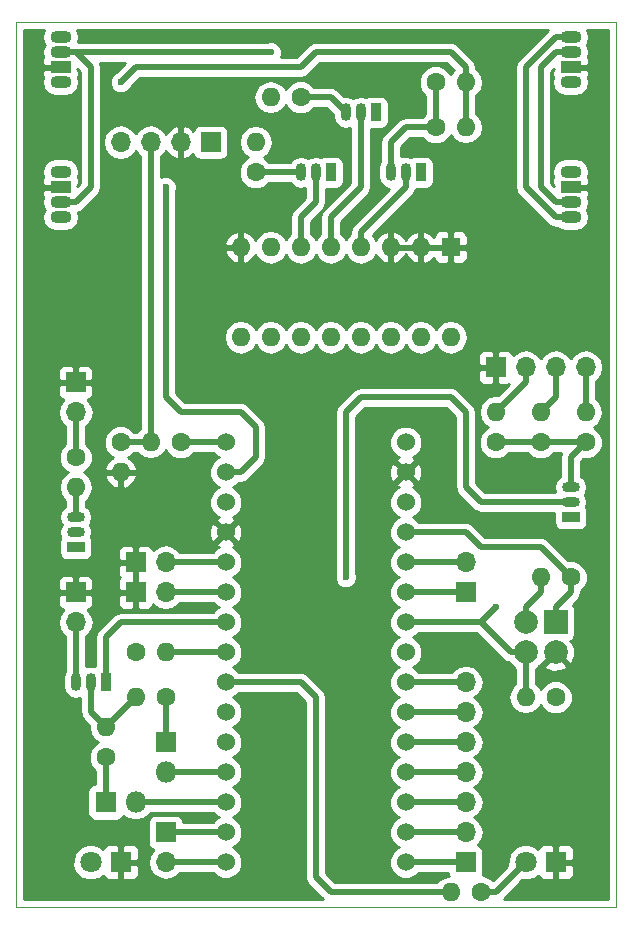
<source format=gbr>
%TF.GenerationSoftware,KiCad,Pcbnew,4.0.7-e2-6376~58~ubuntu16.04.1*%
%TF.CreationDate,2018-01-31T13:04:43+01:00*%
%TF.ProjectId,Tagger_production,5461676765725F70726F64756374696F,rev?*%
%TF.FileFunction,Copper,L2,Bot,Signal*%
%FSLAX46Y46*%
G04 Gerber Fmt 4.6, Leading zero omitted, Abs format (unit mm)*
G04 Created by KiCad (PCBNEW 4.0.7-e2-6376~58~ubuntu16.04.1) date Wed Jan 31 13:04:43 2018*
%MOMM*%
%LPD*%
G01*
G04 APERTURE LIST*
%ADD10C,0.100000*%
%ADD11C,1.524000*%
%ADD12R,1.800000X1.800000*%
%ADD13C,1.800000*%
%ADD14R,1.800000X1.070000*%
%ADD15O,1.800000X1.070000*%
%ADD16O,1.800000X1.800000*%
%ADD17R,1.600000X1.600000*%
%ADD18O,1.600000X1.600000*%
%ADD19R,2.000000X2.000000*%
%ADD20C,2.000000*%
%ADD21R,1.700000X1.700000*%
%ADD22O,1.700000X1.700000*%
%ADD23C,1.600000*%
%ADD24O,0.900000X1.500000*%
%ADD25R,0.900000X1.500000*%
%ADD26O,1.500000X0.900000*%
%ADD27R,1.500000X0.900000*%
%ADD28C,0.600000*%
%ADD29C,0.500000*%
%ADD30C,0.254000*%
G04 APERTURE END LIST*
D10*
X105410000Y-63500000D02*
X54610000Y-63500000D01*
X105410000Y-138430000D02*
X105410000Y-63500000D01*
X54610000Y-138430000D02*
X105410000Y-138430000D01*
X54610000Y-138430000D02*
X54610000Y-63500000D01*
D11*
X72390000Y-99060000D03*
X72390000Y-101600000D03*
X72390000Y-104140000D03*
X72390000Y-106680000D03*
X72390000Y-109220000D03*
X72390000Y-111760000D03*
X72390000Y-114300000D03*
X72390000Y-116840000D03*
X72390000Y-119380000D03*
X72390000Y-121920000D03*
X72390000Y-124460000D03*
X72390000Y-127000000D03*
X72390000Y-129540000D03*
X72390000Y-132080000D03*
X72390000Y-134620000D03*
X87630000Y-134620000D03*
X87630000Y-132080000D03*
X87630000Y-129540000D03*
X87630000Y-127000000D03*
X87630000Y-124460000D03*
X87630000Y-121920000D03*
X87630000Y-119380000D03*
X87630000Y-116840000D03*
X87630000Y-114300000D03*
X87630000Y-111760000D03*
X87630000Y-109220000D03*
X87630000Y-106680000D03*
X87630000Y-104140000D03*
X87630000Y-101600000D03*
X87630000Y-99060000D03*
D12*
X63500000Y-134620000D03*
D13*
X60960000Y-134620000D03*
D12*
X100330000Y-134620000D03*
D13*
X97790000Y-134620000D03*
D14*
X58420000Y-77470000D03*
D15*
X58420000Y-76200000D03*
X58420000Y-78740000D03*
X58420000Y-80010000D03*
D14*
X101600000Y-77470000D03*
D15*
X101600000Y-76200000D03*
X101600000Y-78740000D03*
X101600000Y-80010000D03*
D14*
X101600000Y-67310000D03*
D15*
X101600000Y-68580000D03*
X101600000Y-66040000D03*
X101600000Y-64770000D03*
D14*
X58420000Y-67310000D03*
D15*
X58420000Y-68580000D03*
X58420000Y-66040000D03*
X58420000Y-64770000D03*
D12*
X67310000Y-124460000D03*
D16*
X67310000Y-127000000D03*
D12*
X62230000Y-129540000D03*
D16*
X64770000Y-129540000D03*
D17*
X91440000Y-82550000D03*
D18*
X73660000Y-90170000D03*
X88900000Y-82550000D03*
X76200000Y-90170000D03*
X86360000Y-82550000D03*
X78740000Y-90170000D03*
X83820000Y-82550000D03*
X81280000Y-90170000D03*
X81280000Y-82550000D03*
X83820000Y-90170000D03*
X78740000Y-82550000D03*
X86360000Y-90170000D03*
X76200000Y-82550000D03*
X88900000Y-90170000D03*
X73660000Y-82550000D03*
X91440000Y-90170000D03*
D19*
X100330000Y-114300000D03*
D20*
X97790000Y-114300000D03*
X100330000Y-116840000D03*
X97790000Y-116840000D03*
D21*
X71120000Y-73660000D03*
D22*
X68580000Y-73660000D03*
X66040000Y-73660000D03*
X63500000Y-73660000D03*
D21*
X95250000Y-92710000D03*
D22*
X97790000Y-92710000D03*
X100330000Y-92710000D03*
X102870000Y-92710000D03*
D21*
X59690000Y-93980000D03*
D22*
X59690000Y-96520000D03*
D21*
X59690000Y-111760000D03*
D22*
X59690000Y-114300000D03*
D21*
X64770000Y-111760000D03*
D22*
X67310000Y-111760000D03*
D21*
X64770000Y-109220000D03*
D22*
X67310000Y-109220000D03*
D21*
X67310000Y-132080000D03*
D22*
X67310000Y-134620000D03*
D21*
X92710000Y-134620000D03*
D22*
X92710000Y-132080000D03*
X92710000Y-129540000D03*
X92710000Y-127000000D03*
X92710000Y-124460000D03*
X92710000Y-121920000D03*
X92710000Y-119380000D03*
D21*
X92710000Y-111760000D03*
D22*
X92710000Y-109220000D03*
D23*
X68580000Y-99060000D03*
D18*
X66040000Y-99060000D03*
D23*
X63500000Y-99060000D03*
D18*
X63500000Y-101600000D03*
D23*
X101600000Y-110490000D03*
D18*
X99060000Y-110490000D03*
D23*
X100330000Y-120650000D03*
D18*
X97790000Y-120650000D03*
D23*
X62230000Y-125730000D03*
D18*
X62230000Y-123190000D03*
D23*
X67310000Y-120650000D03*
D18*
X64770000Y-120650000D03*
D23*
X64770000Y-116840000D03*
D18*
X67310000Y-116840000D03*
D23*
X93980000Y-137160000D03*
D18*
X91440000Y-137160000D03*
D23*
X102870000Y-99060000D03*
D18*
X102870000Y-96520000D03*
D23*
X99060000Y-99060000D03*
D18*
X99060000Y-96520000D03*
D23*
X95250000Y-99060000D03*
D18*
X95250000Y-96520000D03*
D23*
X90170000Y-72390000D03*
D18*
X92710000Y-72390000D03*
D23*
X90170000Y-68580000D03*
D18*
X92710000Y-68580000D03*
D23*
X78740000Y-69850000D03*
D18*
X76200000Y-69850000D03*
D23*
X74930000Y-76200000D03*
D18*
X74930000Y-73660000D03*
D23*
X59690000Y-100330000D03*
D18*
X59690000Y-102870000D03*
D24*
X60960000Y-119380000D03*
X59690000Y-119380000D03*
D25*
X62230000Y-119380000D03*
D26*
X59690000Y-106680000D03*
X59690000Y-105410000D03*
D27*
X59690000Y-107950000D03*
D26*
X101600000Y-104140000D03*
X101600000Y-102870000D03*
D27*
X101600000Y-105410000D03*
D24*
X87630000Y-76200000D03*
X86360000Y-76200000D03*
D25*
X88900000Y-76200000D03*
D24*
X83820000Y-71120000D03*
X82550000Y-71120000D03*
D25*
X85090000Y-71120000D03*
D24*
X80010000Y-76200000D03*
X78740000Y-76200000D03*
D25*
X81280000Y-76200000D03*
D28*
X67310000Y-77470000D03*
X82550000Y-110490000D03*
X95250000Y-113030000D03*
X63500000Y-68580000D03*
X76200000Y-66040000D03*
D29*
X72390000Y-99060000D02*
X68580000Y-99060000D01*
X72390000Y-101600000D02*
X73660000Y-101600000D01*
X67310000Y-95250000D02*
X67310000Y-77470000D01*
X68580000Y-96520000D02*
X67310000Y-95250000D01*
X73660000Y-96520000D02*
X68580000Y-96520000D01*
X74930000Y-97790000D02*
X73660000Y-96520000D01*
X74930000Y-100330000D02*
X74930000Y-97790000D01*
X73660000Y-101600000D02*
X74930000Y-100330000D01*
X72390000Y-109220000D02*
X67310000Y-109220000D01*
X67310000Y-111760000D02*
X72390000Y-111760000D01*
X72390000Y-111760000D02*
X71120000Y-111760000D01*
X62230000Y-119380000D02*
X62230000Y-115570000D01*
X63500000Y-114300000D02*
X72390000Y-114300000D01*
X62230000Y-115570000D02*
X63500000Y-114300000D01*
X67310000Y-116840000D02*
X72390000Y-116840000D01*
X91440000Y-137160000D02*
X81280000Y-137160000D01*
X74930000Y-119380000D02*
X78740000Y-119380000D01*
X78740000Y-119380000D02*
X80010000Y-120650000D01*
X80010000Y-120650000D02*
X80010000Y-135890000D01*
X80010000Y-135890000D02*
X81280000Y-137160000D01*
X74930000Y-119380000D02*
X72390000Y-119380000D01*
X101600000Y-104140000D02*
X99060000Y-104140000D01*
X82550000Y-96520000D02*
X82550000Y-110490000D01*
X83820000Y-95250000D02*
X82550000Y-96520000D01*
X91440000Y-95250000D02*
X83820000Y-95250000D01*
X92710000Y-96520000D02*
X91440000Y-95250000D01*
X92710000Y-102870000D02*
X92710000Y-96520000D01*
X93980000Y-104140000D02*
X92710000Y-102870000D01*
X99060000Y-104140000D02*
X93980000Y-104140000D01*
X67310000Y-127000000D02*
X68580000Y-127000000D01*
X68580000Y-127000000D02*
X72390000Y-127000000D01*
X72390000Y-129540000D02*
X64770000Y-129540000D01*
X67310000Y-132080000D02*
X72390000Y-132080000D01*
X67310000Y-134620000D02*
X72390000Y-134620000D01*
X87630000Y-134620000D02*
X92710000Y-134620000D01*
X87630000Y-132080000D02*
X92710000Y-132080000D01*
X87630000Y-129540000D02*
X92710000Y-129540000D01*
X87630000Y-127000000D02*
X92710000Y-127000000D01*
X87630000Y-124460000D02*
X92710000Y-124460000D01*
X87630000Y-121920000D02*
X92710000Y-121920000D01*
X87630000Y-119380000D02*
X92710000Y-119380000D01*
X97790000Y-114300000D02*
X97790000Y-113030000D01*
X99060000Y-111760000D02*
X99060000Y-110490000D01*
X97790000Y-113030000D02*
X99060000Y-111760000D01*
X93980000Y-114300000D02*
X95250000Y-113030000D01*
X87630000Y-114300000D02*
X93980000Y-114300000D01*
X96520000Y-116840000D02*
X97790000Y-116840000D01*
X93980000Y-114300000D02*
X96520000Y-116840000D01*
X97790000Y-120650000D02*
X97790000Y-116840000D01*
X87630000Y-111760000D02*
X92710000Y-111760000D01*
X87630000Y-109220000D02*
X92710000Y-109220000D01*
X87630000Y-106680000D02*
X91440000Y-106680000D01*
X99060000Y-107950000D02*
X101600000Y-110490000D01*
X93980000Y-107950000D02*
X99060000Y-107950000D01*
X92710000Y-106680000D02*
X93980000Y-107950000D01*
X91440000Y-106680000D02*
X92710000Y-106680000D01*
X100330000Y-114300000D02*
X100330000Y-113030000D01*
X100330000Y-113030000D02*
X101600000Y-111760000D01*
X101600000Y-111760000D02*
X101600000Y-110490000D01*
X93980000Y-137160000D02*
X95250000Y-137160000D01*
X95250000Y-137160000D02*
X97790000Y-134620000D01*
X91440000Y-66040000D02*
X80010000Y-66040000D01*
X92710000Y-67310000D02*
X91440000Y-66040000D01*
X92710000Y-68580000D02*
X92710000Y-67310000D01*
X64770000Y-67310000D02*
X63500000Y-68580000D01*
X78740000Y-67310000D02*
X64770000Y-67310000D01*
X80010000Y-66040000D02*
X78740000Y-67310000D01*
X92710000Y-72390000D02*
X92710000Y-68580000D01*
X101600000Y-78740000D02*
X100330000Y-78740000D01*
X100330000Y-66040000D02*
X101600000Y-66040000D01*
X99060000Y-67310000D02*
X100330000Y-66040000D01*
X99060000Y-77470000D02*
X99060000Y-67310000D01*
X100330000Y-78740000D02*
X99060000Y-77470000D01*
X63500000Y-66040000D02*
X59690000Y-66040000D01*
X76200000Y-66040000D02*
X63500000Y-66040000D01*
X58420000Y-78740000D02*
X59690000Y-78740000D01*
X59690000Y-78740000D02*
X60960000Y-77470000D01*
X60960000Y-77470000D02*
X60960000Y-67310000D01*
X60960000Y-67310000D02*
X59690000Y-66040000D01*
X59690000Y-66040000D02*
X58420000Y-66040000D01*
X101600000Y-80010000D02*
X100330000Y-80010000D01*
X100330000Y-64770000D02*
X101600000Y-64770000D01*
X97790000Y-67310000D02*
X100330000Y-64770000D01*
X97790000Y-77470000D02*
X97790000Y-67310000D01*
X100330000Y-80010000D02*
X97790000Y-77470000D01*
X67310000Y-124460000D02*
X67310000Y-120650000D01*
X62230000Y-129540000D02*
X62230000Y-125730000D01*
X83820000Y-82550000D02*
X83820000Y-81280000D01*
X87630000Y-77470000D02*
X87630000Y-76200000D01*
X83820000Y-81280000D02*
X87630000Y-77470000D01*
X81280000Y-82550000D02*
X81280000Y-80010000D01*
X83820000Y-77470000D02*
X83820000Y-71120000D01*
X81280000Y-80010000D02*
X83820000Y-77470000D01*
X78740000Y-82550000D02*
X78740000Y-80010000D01*
X80010000Y-78740000D02*
X80010000Y-76200000D01*
X78740000Y-80010000D02*
X80010000Y-78740000D01*
X95250000Y-96520000D02*
X97790000Y-93980000D01*
X97790000Y-93980000D02*
X97790000Y-92710000D01*
X99060000Y-96520000D02*
X100330000Y-95250000D01*
X100330000Y-95250000D02*
X100330000Y-92710000D01*
X102870000Y-96520000D02*
X102870000Y-92710000D01*
X59690000Y-96520000D02*
X59690000Y-100330000D01*
X59690000Y-119380000D02*
X59690000Y-114300000D01*
X62230000Y-123190000D02*
X60960000Y-121920000D01*
X60960000Y-121920000D02*
X60960000Y-119380000D01*
X62230000Y-123190000D02*
X64770000Y-120650000D01*
X101600000Y-102870000D02*
X101600000Y-101600000D01*
X101600000Y-100330000D02*
X102870000Y-99060000D01*
X101600000Y-101600000D02*
X101600000Y-100330000D01*
X95250000Y-99060000D02*
X99060000Y-99060000D01*
X99060000Y-99060000D02*
X102870000Y-99060000D01*
X90170000Y-72390000D02*
X90170000Y-68580000D01*
X86360000Y-76200000D02*
X86360000Y-73660000D01*
X87630000Y-72390000D02*
X90170000Y-72390000D01*
X86360000Y-73660000D02*
X87630000Y-72390000D01*
X82550000Y-71120000D02*
X81280000Y-69850000D01*
X81280000Y-69850000D02*
X78740000Y-69850000D01*
X74930000Y-76200000D02*
X78740000Y-76200000D01*
X59690000Y-105410000D02*
X59690000Y-102870000D01*
X66040000Y-99060000D02*
X66040000Y-73660000D01*
X63500000Y-99060000D02*
X66040000Y-99060000D01*
D30*
G36*
X56943989Y-64322260D02*
X56854928Y-64770000D01*
X56943989Y-65217740D01*
X57069112Y-65405000D01*
X56943989Y-65592260D01*
X56854928Y-66040000D01*
X56943989Y-66487740D01*
X56948729Y-66494835D01*
X56885000Y-66648691D01*
X56885000Y-67024250D01*
X57043750Y-67183000D01*
X57889190Y-67183000D01*
X58024928Y-67210000D01*
X58567000Y-67210000D01*
X58567000Y-67410000D01*
X58024928Y-67410000D01*
X57889190Y-67437000D01*
X57043750Y-67437000D01*
X56885000Y-67595750D01*
X56885000Y-67971309D01*
X56948729Y-68125165D01*
X56943989Y-68132260D01*
X56854928Y-68580000D01*
X56943989Y-69027740D01*
X57197613Y-69407315D01*
X57577188Y-69660939D01*
X58024928Y-69750000D01*
X58815072Y-69750000D01*
X59262812Y-69660939D01*
X59642387Y-69407315D01*
X59896011Y-69027740D01*
X59985072Y-68580000D01*
X59896011Y-68132260D01*
X59891271Y-68125165D01*
X59955000Y-67971309D01*
X59955000Y-67595750D01*
X59796252Y-67437002D01*
X59835423Y-67437002D01*
X60075000Y-67676579D01*
X60075000Y-77103421D01*
X59835423Y-77342998D01*
X59796252Y-77342998D01*
X59955000Y-77184250D01*
X59955000Y-76808691D01*
X59891271Y-76654835D01*
X59896011Y-76647740D01*
X59985072Y-76200000D01*
X59896011Y-75752260D01*
X59642387Y-75372685D01*
X59262812Y-75119061D01*
X58815072Y-75030000D01*
X58024928Y-75030000D01*
X57577188Y-75119061D01*
X57197613Y-75372685D01*
X56943989Y-75752260D01*
X56854928Y-76200000D01*
X56943989Y-76647740D01*
X56948729Y-76654835D01*
X56885000Y-76808691D01*
X56885000Y-77184250D01*
X57043750Y-77343000D01*
X57889190Y-77343000D01*
X58024928Y-77370000D01*
X58567000Y-77370000D01*
X58567000Y-77570000D01*
X58024928Y-77570000D01*
X57889190Y-77597000D01*
X57043750Y-77597000D01*
X56885000Y-77755750D01*
X56885000Y-78131309D01*
X56948729Y-78285165D01*
X56943989Y-78292260D01*
X56854928Y-78740000D01*
X56943989Y-79187740D01*
X57069112Y-79375000D01*
X56943989Y-79562260D01*
X56854928Y-80010000D01*
X56943989Y-80457740D01*
X57197613Y-80837315D01*
X57577188Y-81090939D01*
X58024928Y-81180000D01*
X58815072Y-81180000D01*
X59262812Y-81090939D01*
X59642387Y-80837315D01*
X59896011Y-80457740D01*
X59985072Y-80010000D01*
X59900175Y-79583194D01*
X59972484Y-79568810D01*
X60028675Y-79557633D01*
X60315790Y-79365790D01*
X60315791Y-79365789D01*
X61585787Y-78095792D01*
X61585790Y-78095790D01*
X61777633Y-77808675D01*
X61777633Y-77808674D01*
X61845001Y-77470000D01*
X61845000Y-77469995D01*
X61845000Y-73630907D01*
X62015000Y-73630907D01*
X62015000Y-73689093D01*
X62128039Y-74257378D01*
X62449946Y-74739147D01*
X62931715Y-75061054D01*
X63500000Y-75174093D01*
X64068285Y-75061054D01*
X64550054Y-74739147D01*
X64770000Y-74409974D01*
X64989946Y-74739147D01*
X65155000Y-74849432D01*
X65155000Y-97939856D01*
X64997189Y-98045302D01*
X64910527Y-98175000D01*
X64644171Y-98175000D01*
X64313923Y-97844176D01*
X63786691Y-97625250D01*
X63215813Y-97624752D01*
X62688200Y-97842757D01*
X62284176Y-98246077D01*
X62065250Y-98773309D01*
X62064752Y-99344187D01*
X62282757Y-99871800D01*
X62686077Y-100275824D01*
X62836568Y-100338313D01*
X62762577Y-100368959D01*
X62347611Y-100744866D01*
X62108086Y-101250959D01*
X62229371Y-101473000D01*
X63373000Y-101473000D01*
X63373000Y-101453000D01*
X63627000Y-101453000D01*
X63627000Y-101473000D01*
X64770629Y-101473000D01*
X64891914Y-101250959D01*
X64652389Y-100744866D01*
X64237423Y-100368959D01*
X64163715Y-100338430D01*
X64311800Y-100277243D01*
X64644623Y-99945000D01*
X64910527Y-99945000D01*
X64997189Y-100074698D01*
X65462736Y-100385767D01*
X66011887Y-100495000D01*
X66068113Y-100495000D01*
X66617264Y-100385767D01*
X67082811Y-100074698D01*
X67307592Y-99738290D01*
X67362757Y-99871800D01*
X67766077Y-100275824D01*
X68293309Y-100494750D01*
X68864187Y-100495248D01*
X69391800Y-100277243D01*
X69724623Y-99945000D01*
X71299522Y-99945000D01*
X71597630Y-100243629D01*
X71805512Y-100329949D01*
X71599697Y-100414990D01*
X71206371Y-100807630D01*
X70993243Y-101320900D01*
X70992758Y-101876661D01*
X71204990Y-102390303D01*
X71597630Y-102783629D01*
X71805512Y-102869949D01*
X71599697Y-102954990D01*
X71206371Y-103347630D01*
X70993243Y-103860900D01*
X70992758Y-104416661D01*
X71204990Y-104930303D01*
X71597630Y-105323629D01*
X71789727Y-105403395D01*
X71658857Y-105457603D01*
X71589392Y-105699787D01*
X72390000Y-106500395D01*
X73190608Y-105699787D01*
X73121143Y-105457603D01*
X72980682Y-105407491D01*
X73180303Y-105325010D01*
X73573629Y-104932370D01*
X73786757Y-104419100D01*
X73787242Y-103863339D01*
X73575010Y-103349697D01*
X73182370Y-102956371D01*
X72974488Y-102870051D01*
X73180303Y-102785010D01*
X73480837Y-102485000D01*
X73659995Y-102485000D01*
X73660000Y-102485001D01*
X73942484Y-102428810D01*
X73998675Y-102417633D01*
X74285790Y-102225790D01*
X75555787Y-100955792D01*
X75555790Y-100955790D01*
X75747633Y-100668675D01*
X75747633Y-100668674D01*
X75815001Y-100330000D01*
X75815000Y-100329995D01*
X75815000Y-97790005D01*
X75815001Y-97790000D01*
X75747633Y-97451325D01*
X75716680Y-97405000D01*
X75555790Y-97164210D01*
X75555787Y-97164208D01*
X74285790Y-95894210D01*
X74258222Y-95875790D01*
X73998675Y-95702367D01*
X73942484Y-95691190D01*
X73660000Y-95634999D01*
X73659995Y-95635000D01*
X68946579Y-95635000D01*
X68195000Y-94883420D01*
X68195000Y-92995750D01*
X93765000Y-92995750D01*
X93765000Y-93686309D01*
X93861673Y-93919698D01*
X94040301Y-94098327D01*
X94273690Y-94195000D01*
X94964250Y-94195000D01*
X95123000Y-94036250D01*
X95123000Y-92837000D01*
X93923750Y-92837000D01*
X93765000Y-92995750D01*
X68195000Y-92995750D01*
X68195000Y-91733691D01*
X93765000Y-91733691D01*
X93765000Y-92424250D01*
X93923750Y-92583000D01*
X95123000Y-92583000D01*
X95123000Y-91383750D01*
X94964250Y-91225000D01*
X94273690Y-91225000D01*
X94040301Y-91321673D01*
X93861673Y-91500302D01*
X93765000Y-91733691D01*
X68195000Y-91733691D01*
X68195000Y-90141887D01*
X72225000Y-90141887D01*
X72225000Y-90198113D01*
X72334233Y-90747264D01*
X72645302Y-91212811D01*
X73110849Y-91523880D01*
X73660000Y-91633113D01*
X74209151Y-91523880D01*
X74674698Y-91212811D01*
X74930000Y-90830725D01*
X75185302Y-91212811D01*
X75650849Y-91523880D01*
X76200000Y-91633113D01*
X76749151Y-91523880D01*
X77214698Y-91212811D01*
X77470000Y-90830725D01*
X77725302Y-91212811D01*
X78190849Y-91523880D01*
X78740000Y-91633113D01*
X79289151Y-91523880D01*
X79754698Y-91212811D01*
X80010000Y-90830725D01*
X80265302Y-91212811D01*
X80730849Y-91523880D01*
X81280000Y-91633113D01*
X81829151Y-91523880D01*
X82294698Y-91212811D01*
X82550000Y-90830725D01*
X82805302Y-91212811D01*
X83270849Y-91523880D01*
X83820000Y-91633113D01*
X84369151Y-91523880D01*
X84834698Y-91212811D01*
X85090000Y-90830725D01*
X85345302Y-91212811D01*
X85810849Y-91523880D01*
X86360000Y-91633113D01*
X86909151Y-91523880D01*
X87374698Y-91212811D01*
X87630000Y-90830725D01*
X87885302Y-91212811D01*
X88350849Y-91523880D01*
X88900000Y-91633113D01*
X89449151Y-91523880D01*
X89914698Y-91212811D01*
X90170000Y-90830725D01*
X90425302Y-91212811D01*
X90890849Y-91523880D01*
X91440000Y-91633113D01*
X91989151Y-91523880D01*
X92454698Y-91212811D01*
X92765767Y-90747264D01*
X92875000Y-90198113D01*
X92875000Y-90141887D01*
X92765767Y-89592736D01*
X92454698Y-89127189D01*
X91989151Y-88816120D01*
X91440000Y-88706887D01*
X90890849Y-88816120D01*
X90425302Y-89127189D01*
X90170000Y-89509275D01*
X89914698Y-89127189D01*
X89449151Y-88816120D01*
X88900000Y-88706887D01*
X88350849Y-88816120D01*
X87885302Y-89127189D01*
X87630000Y-89509275D01*
X87374698Y-89127189D01*
X86909151Y-88816120D01*
X86360000Y-88706887D01*
X85810849Y-88816120D01*
X85345302Y-89127189D01*
X85090000Y-89509275D01*
X84834698Y-89127189D01*
X84369151Y-88816120D01*
X83820000Y-88706887D01*
X83270849Y-88816120D01*
X82805302Y-89127189D01*
X82550000Y-89509275D01*
X82294698Y-89127189D01*
X81829151Y-88816120D01*
X81280000Y-88706887D01*
X80730849Y-88816120D01*
X80265302Y-89127189D01*
X80010000Y-89509275D01*
X79754698Y-89127189D01*
X79289151Y-88816120D01*
X78740000Y-88706887D01*
X78190849Y-88816120D01*
X77725302Y-89127189D01*
X77470000Y-89509275D01*
X77214698Y-89127189D01*
X76749151Y-88816120D01*
X76200000Y-88706887D01*
X75650849Y-88816120D01*
X75185302Y-89127189D01*
X74930000Y-89509275D01*
X74674698Y-89127189D01*
X74209151Y-88816120D01*
X73660000Y-88706887D01*
X73110849Y-88816120D01*
X72645302Y-89127189D01*
X72334233Y-89592736D01*
X72225000Y-90141887D01*
X68195000Y-90141887D01*
X68195000Y-82899041D01*
X72268086Y-82899041D01*
X72507611Y-83405134D01*
X72922577Y-83781041D01*
X73310961Y-83941904D01*
X73533000Y-83819915D01*
X73533000Y-82677000D01*
X72389371Y-82677000D01*
X72268086Y-82899041D01*
X68195000Y-82899041D01*
X68195000Y-82200959D01*
X72268086Y-82200959D01*
X72389371Y-82423000D01*
X73533000Y-82423000D01*
X73533000Y-81280085D01*
X73310961Y-81158096D01*
X72922577Y-81318959D01*
X72507611Y-81694866D01*
X72268086Y-82200959D01*
X68195000Y-82200959D01*
X68195000Y-77776822D01*
X68244838Y-77656799D01*
X68245162Y-77284833D01*
X68103117Y-76941057D01*
X67840327Y-76677808D01*
X67496799Y-76535162D01*
X67124833Y-76534838D01*
X66925000Y-76617407D01*
X66925000Y-74849432D01*
X67090054Y-74739147D01*
X67317702Y-74398447D01*
X67384817Y-74541358D01*
X67813076Y-74931645D01*
X68223110Y-75101476D01*
X68453000Y-74980155D01*
X68453000Y-73787000D01*
X68433000Y-73787000D01*
X68433000Y-73533000D01*
X68453000Y-73533000D01*
X68453000Y-72339845D01*
X68707000Y-72339845D01*
X68707000Y-73533000D01*
X68727000Y-73533000D01*
X68727000Y-73787000D01*
X68707000Y-73787000D01*
X68707000Y-74980155D01*
X68936890Y-75101476D01*
X69346924Y-74931645D01*
X69649937Y-74655499D01*
X69666838Y-74745317D01*
X69805910Y-74961441D01*
X70018110Y-75106431D01*
X70270000Y-75157440D01*
X71970000Y-75157440D01*
X72205317Y-75113162D01*
X72421441Y-74974090D01*
X72566431Y-74761890D01*
X72617440Y-74510000D01*
X72617440Y-72810000D01*
X72573162Y-72574683D01*
X72434090Y-72358559D01*
X72221890Y-72213569D01*
X71970000Y-72162560D01*
X70270000Y-72162560D01*
X70034683Y-72206838D01*
X69818559Y-72345910D01*
X69673569Y-72558110D01*
X69651699Y-72666107D01*
X69346924Y-72388355D01*
X68936890Y-72218524D01*
X68707000Y-72339845D01*
X68453000Y-72339845D01*
X68223110Y-72218524D01*
X67813076Y-72388355D01*
X67384817Y-72778642D01*
X67317702Y-72921553D01*
X67090054Y-72580853D01*
X66608285Y-72258946D01*
X66040000Y-72145907D01*
X65471715Y-72258946D01*
X64989946Y-72580853D01*
X64770000Y-72910026D01*
X64550054Y-72580853D01*
X64068285Y-72258946D01*
X63500000Y-72145907D01*
X62931715Y-72258946D01*
X62449946Y-72580853D01*
X62128039Y-73062622D01*
X62015000Y-73630907D01*
X61845000Y-73630907D01*
X61845000Y-67310005D01*
X61845001Y-67310000D01*
X61777633Y-66971325D01*
X61746680Y-66925000D01*
X63903421Y-66925000D01*
X63091164Y-67737256D01*
X62971057Y-67786883D01*
X62707808Y-68049673D01*
X62565162Y-68393201D01*
X62564838Y-68765167D01*
X62706883Y-69108943D01*
X62969673Y-69372192D01*
X63313201Y-69514838D01*
X63685167Y-69515162D01*
X64028943Y-69373117D01*
X64292192Y-69110327D01*
X64342566Y-68989014D01*
X65136579Y-68195000D01*
X78739995Y-68195000D01*
X78740000Y-68195001D01*
X79022484Y-68138810D01*
X79078675Y-68127633D01*
X79365790Y-67935790D01*
X79365791Y-67935789D01*
X80376579Y-66925000D01*
X91073420Y-66925000D01*
X91695084Y-67546663D01*
X91667189Y-67565302D01*
X91442408Y-67901710D01*
X91387243Y-67768200D01*
X90983923Y-67364176D01*
X90456691Y-67145250D01*
X89885813Y-67144752D01*
X89358200Y-67362757D01*
X88954176Y-67766077D01*
X88735250Y-68293309D01*
X88734752Y-68864187D01*
X88952757Y-69391800D01*
X89285000Y-69724623D01*
X89285000Y-71245829D01*
X89025377Y-71505000D01*
X87630005Y-71505000D01*
X87630000Y-71504999D01*
X87291325Y-71572367D01*
X87004210Y-71764210D01*
X87004208Y-71764213D01*
X85734210Y-73034210D01*
X85542367Y-73321325D01*
X85542367Y-73321326D01*
X85474999Y-73660000D01*
X85475000Y-73660005D01*
X85475000Y-75281939D01*
X85357591Y-75457654D01*
X85275000Y-75872866D01*
X85275000Y-76527134D01*
X85357591Y-76942346D01*
X85592789Y-77294345D01*
X85944788Y-77529543D01*
X86256812Y-77591609D01*
X83194210Y-80654210D01*
X83002367Y-80941325D01*
X83002367Y-80941326D01*
X82934999Y-81280000D01*
X82935000Y-81280005D01*
X82935000Y-81420527D01*
X82805302Y-81507189D01*
X82550000Y-81889275D01*
X82294698Y-81507189D01*
X82165000Y-81420527D01*
X82165000Y-80376580D01*
X84445787Y-78095792D01*
X84445790Y-78095790D01*
X84637633Y-77808675D01*
X84705000Y-77470000D01*
X84705000Y-72517440D01*
X85540000Y-72517440D01*
X85775317Y-72473162D01*
X85991441Y-72334090D01*
X86136431Y-72121890D01*
X86187440Y-71870000D01*
X86187440Y-70370000D01*
X86143162Y-70134683D01*
X86004090Y-69918559D01*
X85791890Y-69773569D01*
X85540000Y-69722560D01*
X84640000Y-69722560D01*
X84404683Y-69766838D01*
X84300345Y-69833978D01*
X84235212Y-69790457D01*
X83820000Y-69707866D01*
X83404788Y-69790457D01*
X83185000Y-69937315D01*
X82965212Y-69790457D01*
X82550000Y-69707866D01*
X82416083Y-69734504D01*
X81905790Y-69224210D01*
X81763523Y-69129151D01*
X81618675Y-69032367D01*
X81562484Y-69021190D01*
X81280000Y-68964999D01*
X81279995Y-68965000D01*
X79884171Y-68965000D01*
X79553923Y-68634176D01*
X79026691Y-68415250D01*
X78455813Y-68414752D01*
X77928200Y-68632757D01*
X77524176Y-69036077D01*
X77467755Y-69171954D01*
X77242811Y-68835302D01*
X76777264Y-68524233D01*
X76228113Y-68415000D01*
X76171887Y-68415000D01*
X75622736Y-68524233D01*
X75157189Y-68835302D01*
X74846120Y-69300849D01*
X74736887Y-69850000D01*
X74846120Y-70399151D01*
X75157189Y-70864698D01*
X75622736Y-71175767D01*
X76171887Y-71285000D01*
X76228113Y-71285000D01*
X76777264Y-71175767D01*
X77242811Y-70864698D01*
X77467592Y-70528290D01*
X77522757Y-70661800D01*
X77926077Y-71065824D01*
X78453309Y-71284750D01*
X79024187Y-71285248D01*
X79551800Y-71067243D01*
X79884623Y-70735000D01*
X80913420Y-70735000D01*
X81465000Y-71286579D01*
X81465000Y-71447134D01*
X81547591Y-71862346D01*
X81782789Y-72214345D01*
X82134788Y-72449543D01*
X82550000Y-72532134D01*
X82935000Y-72455553D01*
X82935000Y-77103421D01*
X80654210Y-79384210D01*
X80462367Y-79671325D01*
X80462367Y-79671326D01*
X80394999Y-80010000D01*
X80395000Y-80010005D01*
X80395000Y-81420527D01*
X80265302Y-81507189D01*
X80010000Y-81889275D01*
X79754698Y-81507189D01*
X79625000Y-81420527D01*
X79625000Y-80376580D01*
X80635787Y-79365792D01*
X80635790Y-79365790D01*
X80827633Y-79078675D01*
X80827633Y-79078674D01*
X80895001Y-78740000D01*
X80895000Y-78739995D01*
X80895000Y-77597440D01*
X81730000Y-77597440D01*
X81965317Y-77553162D01*
X82181441Y-77414090D01*
X82326431Y-77201890D01*
X82377440Y-76950000D01*
X82377440Y-75450000D01*
X82333162Y-75214683D01*
X82194090Y-74998559D01*
X81981890Y-74853569D01*
X81730000Y-74802560D01*
X80830000Y-74802560D01*
X80594683Y-74846838D01*
X80490345Y-74913978D01*
X80425212Y-74870457D01*
X80010000Y-74787866D01*
X79594788Y-74870457D01*
X79375000Y-75017315D01*
X79155212Y-74870457D01*
X78740000Y-74787866D01*
X78324788Y-74870457D01*
X77972789Y-75105655D01*
X77832909Y-75315000D01*
X76074171Y-75315000D01*
X75743923Y-74984176D01*
X75608046Y-74927755D01*
X75944698Y-74702811D01*
X76255767Y-74237264D01*
X76365000Y-73688113D01*
X76365000Y-73631887D01*
X76255767Y-73082736D01*
X75944698Y-72617189D01*
X75479151Y-72306120D01*
X74930000Y-72196887D01*
X74380849Y-72306120D01*
X73915302Y-72617189D01*
X73604233Y-73082736D01*
X73495000Y-73631887D01*
X73495000Y-73688113D01*
X73604233Y-74237264D01*
X73915302Y-74702811D01*
X74251710Y-74927592D01*
X74118200Y-74982757D01*
X73714176Y-75386077D01*
X73495250Y-75913309D01*
X73494752Y-76484187D01*
X73712757Y-77011800D01*
X74116077Y-77415824D01*
X74643309Y-77634750D01*
X75214187Y-77635248D01*
X75741800Y-77417243D01*
X76074623Y-77085000D01*
X77832909Y-77085000D01*
X77972789Y-77294345D01*
X78324788Y-77529543D01*
X78740000Y-77612134D01*
X79125000Y-77535553D01*
X79125000Y-78373421D01*
X78114210Y-79384210D01*
X77922367Y-79671325D01*
X77922367Y-79671326D01*
X77854999Y-80010000D01*
X77855000Y-80010005D01*
X77855000Y-81420527D01*
X77725302Y-81507189D01*
X77470000Y-81889275D01*
X77214698Y-81507189D01*
X76749151Y-81196120D01*
X76200000Y-81086887D01*
X75650849Y-81196120D01*
X75185302Y-81507189D01*
X74915014Y-81911703D01*
X74812389Y-81694866D01*
X74397423Y-81318959D01*
X74009039Y-81158096D01*
X73787000Y-81280085D01*
X73787000Y-82423000D01*
X73807000Y-82423000D01*
X73807000Y-82677000D01*
X73787000Y-82677000D01*
X73787000Y-83819915D01*
X74009039Y-83941904D01*
X74397423Y-83781041D01*
X74812389Y-83405134D01*
X74915014Y-83188297D01*
X75185302Y-83592811D01*
X75650849Y-83903880D01*
X76200000Y-84013113D01*
X76749151Y-83903880D01*
X77214698Y-83592811D01*
X77470000Y-83210725D01*
X77725302Y-83592811D01*
X78190849Y-83903880D01*
X78740000Y-84013113D01*
X79289151Y-83903880D01*
X79754698Y-83592811D01*
X80010000Y-83210725D01*
X80265302Y-83592811D01*
X80730849Y-83903880D01*
X81280000Y-84013113D01*
X81829151Y-83903880D01*
X82294698Y-83592811D01*
X82550000Y-83210725D01*
X82805302Y-83592811D01*
X83270849Y-83903880D01*
X83820000Y-84013113D01*
X84369151Y-83903880D01*
X84834698Y-83592811D01*
X85104986Y-83188297D01*
X85207611Y-83405134D01*
X85622577Y-83781041D01*
X86010961Y-83941904D01*
X86233000Y-83819915D01*
X86233000Y-82677000D01*
X86487000Y-82677000D01*
X86487000Y-83819915D01*
X86709039Y-83941904D01*
X87097423Y-83781041D01*
X87512389Y-83405134D01*
X87630000Y-83156633D01*
X87747611Y-83405134D01*
X88162577Y-83781041D01*
X88550961Y-83941904D01*
X88773000Y-83819915D01*
X88773000Y-82677000D01*
X89027000Y-82677000D01*
X89027000Y-83819915D01*
X89249039Y-83941904D01*
X89637423Y-83781041D01*
X90005000Y-83448062D01*
X90005000Y-83476309D01*
X90101673Y-83709698D01*
X90280301Y-83888327D01*
X90513690Y-83985000D01*
X91154250Y-83985000D01*
X91313000Y-83826250D01*
X91313000Y-82677000D01*
X91567000Y-82677000D01*
X91567000Y-83826250D01*
X91725750Y-83985000D01*
X92366310Y-83985000D01*
X92599699Y-83888327D01*
X92778327Y-83709698D01*
X92875000Y-83476309D01*
X92875000Y-82835750D01*
X92716250Y-82677000D01*
X91567000Y-82677000D01*
X91313000Y-82677000D01*
X89027000Y-82677000D01*
X88773000Y-82677000D01*
X86487000Y-82677000D01*
X86233000Y-82677000D01*
X86213000Y-82677000D01*
X86213000Y-82423000D01*
X86233000Y-82423000D01*
X86233000Y-81280085D01*
X86487000Y-81280085D01*
X86487000Y-82423000D01*
X88773000Y-82423000D01*
X88773000Y-81280085D01*
X89027000Y-81280085D01*
X89027000Y-82423000D01*
X91313000Y-82423000D01*
X91313000Y-81273750D01*
X91567000Y-81273750D01*
X91567000Y-82423000D01*
X92716250Y-82423000D01*
X92875000Y-82264250D01*
X92875000Y-81623691D01*
X92778327Y-81390302D01*
X92599699Y-81211673D01*
X92366310Y-81115000D01*
X91725750Y-81115000D01*
X91567000Y-81273750D01*
X91313000Y-81273750D01*
X91154250Y-81115000D01*
X90513690Y-81115000D01*
X90280301Y-81211673D01*
X90101673Y-81390302D01*
X90005000Y-81623691D01*
X90005000Y-81651938D01*
X89637423Y-81318959D01*
X89249039Y-81158096D01*
X89027000Y-81280085D01*
X88773000Y-81280085D01*
X88550961Y-81158096D01*
X88162577Y-81318959D01*
X87747611Y-81694866D01*
X87630000Y-81943367D01*
X87512389Y-81694866D01*
X87097423Y-81318959D01*
X86709039Y-81158096D01*
X86487000Y-81280085D01*
X86233000Y-81280085D01*
X86010961Y-81158096D01*
X85622577Y-81318959D01*
X85207611Y-81694866D01*
X85104986Y-81911703D01*
X84838580Y-81512999D01*
X88255787Y-78095792D01*
X88255790Y-78095790D01*
X88447633Y-77808675D01*
X88458810Y-77752484D01*
X88489651Y-77597440D01*
X89350000Y-77597440D01*
X89585317Y-77553162D01*
X89801441Y-77414090D01*
X89946431Y-77201890D01*
X89997440Y-76950000D01*
X89997440Y-75450000D01*
X89953162Y-75214683D01*
X89814090Y-74998559D01*
X89601890Y-74853569D01*
X89350000Y-74802560D01*
X88450000Y-74802560D01*
X88214683Y-74846838D01*
X88110345Y-74913978D01*
X88045212Y-74870457D01*
X87630000Y-74787866D01*
X87245000Y-74864447D01*
X87245000Y-74026580D01*
X87996579Y-73275000D01*
X89025829Y-73275000D01*
X89356077Y-73605824D01*
X89883309Y-73824750D01*
X90454187Y-73825248D01*
X90981800Y-73607243D01*
X91385824Y-73203923D01*
X91442245Y-73068046D01*
X91667189Y-73404698D01*
X92132736Y-73715767D01*
X92681887Y-73825000D01*
X92738113Y-73825000D01*
X93287264Y-73715767D01*
X93752811Y-73404698D01*
X94063880Y-72939151D01*
X94173113Y-72390000D01*
X94063880Y-71840849D01*
X93752811Y-71375302D01*
X93595000Y-71269856D01*
X93595000Y-69700144D01*
X93752811Y-69594698D01*
X94063880Y-69129151D01*
X94173113Y-68580000D01*
X94063880Y-68030849D01*
X93752811Y-67565302D01*
X93595000Y-67459856D01*
X93595000Y-67310005D01*
X93595001Y-67310000D01*
X93527633Y-66971325D01*
X93458136Y-66867315D01*
X93335790Y-66684210D01*
X93335787Y-66684208D01*
X92065790Y-65414210D01*
X91816750Y-65247808D01*
X91778675Y-65222367D01*
X91722484Y-65211190D01*
X91440000Y-65154999D01*
X91439995Y-65155000D01*
X80010005Y-65155000D01*
X80010000Y-65154999D01*
X79719999Y-65212685D01*
X79671325Y-65222367D01*
X79384210Y-65414210D01*
X79384208Y-65414213D01*
X78373420Y-66425000D01*
X77052537Y-66425000D01*
X77134838Y-66226799D01*
X77135162Y-65854833D01*
X76993117Y-65511057D01*
X76730327Y-65247808D01*
X76386799Y-65105162D01*
X76014833Y-65104838D01*
X75893431Y-65155000D01*
X59908491Y-65155000D01*
X59985072Y-64770000D01*
X59896011Y-64322260D01*
X59804297Y-64185000D01*
X99663421Y-64185000D01*
X97164210Y-66684210D01*
X96972367Y-66971325D01*
X96972367Y-66971326D01*
X96904999Y-67310000D01*
X96905000Y-67310005D01*
X96905000Y-77469995D01*
X96904999Y-77470000D01*
X96961190Y-77752484D01*
X96972367Y-77808675D01*
X97100424Y-78000327D01*
X97164210Y-78095790D01*
X99704208Y-80635787D01*
X99704210Y-80635790D01*
X99991325Y-80827633D01*
X100330000Y-80895000D01*
X100463945Y-80895000D01*
X100757188Y-81090939D01*
X101204928Y-81180000D01*
X101995072Y-81180000D01*
X102442812Y-81090939D01*
X102822387Y-80837315D01*
X103076011Y-80457740D01*
X103165072Y-80010000D01*
X103076011Y-79562260D01*
X102950888Y-79375000D01*
X103076011Y-79187740D01*
X103165072Y-78740000D01*
X103076011Y-78292260D01*
X103071271Y-78285165D01*
X103135000Y-78131309D01*
X103135000Y-77755750D01*
X102976250Y-77597000D01*
X102130810Y-77597000D01*
X101995072Y-77570000D01*
X101453000Y-77570000D01*
X101453000Y-77370000D01*
X101995072Y-77370000D01*
X102130810Y-77343000D01*
X102976250Y-77343000D01*
X103135000Y-77184250D01*
X103135000Y-76808691D01*
X103071271Y-76654835D01*
X103076011Y-76647740D01*
X103165072Y-76200000D01*
X103076011Y-75752260D01*
X102822387Y-75372685D01*
X102442812Y-75119061D01*
X101995072Y-75030000D01*
X101204928Y-75030000D01*
X100757188Y-75119061D01*
X100377613Y-75372685D01*
X100123989Y-75752260D01*
X100034928Y-76200000D01*
X100123989Y-76647740D01*
X100128729Y-76654835D01*
X100065000Y-76808691D01*
X100065000Y-77184250D01*
X100223748Y-77342998D01*
X100184578Y-77342998D01*
X99945000Y-77103420D01*
X99945000Y-67676580D01*
X100184578Y-67437002D01*
X100223748Y-67437002D01*
X100065000Y-67595750D01*
X100065000Y-67971309D01*
X100128729Y-68125165D01*
X100123989Y-68132260D01*
X100034928Y-68580000D01*
X100123989Y-69027740D01*
X100377613Y-69407315D01*
X100757188Y-69660939D01*
X101204928Y-69750000D01*
X101995072Y-69750000D01*
X102442812Y-69660939D01*
X102822387Y-69407315D01*
X103076011Y-69027740D01*
X103165072Y-68580000D01*
X103076011Y-68132260D01*
X103071271Y-68125165D01*
X103135000Y-67971309D01*
X103135000Y-67595750D01*
X102976250Y-67437000D01*
X102130810Y-67437000D01*
X101995072Y-67410000D01*
X101453000Y-67410000D01*
X101453000Y-67210000D01*
X101995072Y-67210000D01*
X102130810Y-67183000D01*
X102976250Y-67183000D01*
X103135000Y-67024250D01*
X103135000Y-66648691D01*
X103071271Y-66494835D01*
X103076011Y-66487740D01*
X103165072Y-66040000D01*
X103076011Y-65592260D01*
X102950888Y-65405000D01*
X103076011Y-65217740D01*
X103165072Y-64770000D01*
X103076011Y-64322260D01*
X102984297Y-64185000D01*
X104725000Y-64185000D01*
X104725000Y-137745000D01*
X95916580Y-137745000D01*
X97506826Y-136154753D01*
X98093991Y-136155265D01*
X98658371Y-135922068D01*
X98835841Y-135744908D01*
X98891673Y-135879699D01*
X99070302Y-136058327D01*
X99303691Y-136155000D01*
X100044250Y-136155000D01*
X100203000Y-135996250D01*
X100203000Y-134747000D01*
X100457000Y-134747000D01*
X100457000Y-135996250D01*
X100615750Y-136155000D01*
X101356309Y-136155000D01*
X101589698Y-136058327D01*
X101768327Y-135879699D01*
X101865000Y-135646310D01*
X101865000Y-134905750D01*
X101706250Y-134747000D01*
X100457000Y-134747000D01*
X100203000Y-134747000D01*
X100183000Y-134747000D01*
X100183000Y-134493000D01*
X100203000Y-134493000D01*
X100203000Y-133243750D01*
X100457000Y-133243750D01*
X100457000Y-134493000D01*
X101706250Y-134493000D01*
X101865000Y-134334250D01*
X101865000Y-133593690D01*
X101768327Y-133360301D01*
X101589698Y-133181673D01*
X101356309Y-133085000D01*
X100615750Y-133085000D01*
X100457000Y-133243750D01*
X100203000Y-133243750D01*
X100044250Y-133085000D01*
X99303691Y-133085000D01*
X99070302Y-133181673D01*
X98891673Y-133360301D01*
X98835881Y-133494994D01*
X98660643Y-133319449D01*
X98096670Y-133085267D01*
X97486009Y-133084735D01*
X96921629Y-133317932D01*
X96489449Y-133749357D01*
X96255267Y-134313330D01*
X96254753Y-134903668D01*
X95003900Y-136154520D01*
X94793923Y-135944176D01*
X94266691Y-135725250D01*
X94154202Y-135725152D01*
X94156431Y-135721890D01*
X94207440Y-135470000D01*
X94207440Y-133770000D01*
X94163162Y-133534683D01*
X94024090Y-133318559D01*
X93811890Y-133173569D01*
X93744459Y-133159914D01*
X93789147Y-133130054D01*
X94111054Y-132648285D01*
X94224093Y-132080000D01*
X94111054Y-131511715D01*
X93789147Y-131029946D01*
X93459974Y-130810000D01*
X93789147Y-130590054D01*
X94111054Y-130108285D01*
X94224093Y-129540000D01*
X94111054Y-128971715D01*
X93789147Y-128489946D01*
X93459974Y-128270000D01*
X93789147Y-128050054D01*
X94111054Y-127568285D01*
X94224093Y-127000000D01*
X94111054Y-126431715D01*
X93789147Y-125949946D01*
X93459974Y-125730000D01*
X93789147Y-125510054D01*
X94111054Y-125028285D01*
X94224093Y-124460000D01*
X94111054Y-123891715D01*
X93789147Y-123409946D01*
X93459974Y-123190000D01*
X93789147Y-122970054D01*
X94111054Y-122488285D01*
X94224093Y-121920000D01*
X94111054Y-121351715D01*
X93789147Y-120869946D01*
X93459974Y-120650000D01*
X93789147Y-120430054D01*
X94111054Y-119948285D01*
X94224093Y-119380000D01*
X94111054Y-118811715D01*
X93789147Y-118329946D01*
X93307378Y-118008039D01*
X92739093Y-117895000D01*
X92680907Y-117895000D01*
X92112622Y-118008039D01*
X91630853Y-118329946D01*
X91520568Y-118495000D01*
X88720478Y-118495000D01*
X88422370Y-118196371D01*
X88214488Y-118110051D01*
X88420303Y-118025010D01*
X88813629Y-117632370D01*
X89026757Y-117119100D01*
X89027242Y-116563339D01*
X88815010Y-116049697D01*
X88422370Y-115656371D01*
X88214488Y-115570051D01*
X88420303Y-115485010D01*
X88720837Y-115185000D01*
X93613420Y-115185000D01*
X95894208Y-117465787D01*
X95894210Y-117465790D01*
X96140423Y-117630303D01*
X96181325Y-117657633D01*
X96374656Y-117696089D01*
X96403106Y-117764943D01*
X96862637Y-118225278D01*
X96905000Y-118242869D01*
X96905000Y-119529856D01*
X96747189Y-119635302D01*
X96436120Y-120100849D01*
X96326887Y-120650000D01*
X96436120Y-121199151D01*
X96747189Y-121664698D01*
X97212736Y-121975767D01*
X97761887Y-122085000D01*
X97818113Y-122085000D01*
X98367264Y-121975767D01*
X98832811Y-121664698D01*
X99057592Y-121328290D01*
X99112757Y-121461800D01*
X99516077Y-121865824D01*
X100043309Y-122084750D01*
X100614187Y-122085248D01*
X101141800Y-121867243D01*
X101545824Y-121463923D01*
X101764750Y-120936691D01*
X101765248Y-120365813D01*
X101547243Y-119838200D01*
X101143923Y-119434176D01*
X100616691Y-119215250D01*
X100045813Y-119214752D01*
X99518200Y-119432757D01*
X99114176Y-119836077D01*
X99057755Y-119971954D01*
X98832811Y-119635302D01*
X98675000Y-119529856D01*
X98675000Y-118243398D01*
X98714943Y-118226894D01*
X98949715Y-117992532D01*
X99357073Y-117992532D01*
X99455736Y-118259387D01*
X100065461Y-118485908D01*
X100715460Y-118461856D01*
X101204264Y-118259387D01*
X101302927Y-117992532D01*
X100330000Y-117019605D01*
X99357073Y-117992532D01*
X98949715Y-117992532D01*
X99142562Y-117800022D01*
X99177468Y-117812927D01*
X100150395Y-116840000D01*
X100136253Y-116825858D01*
X100315858Y-116646253D01*
X100330000Y-116660395D01*
X100344143Y-116646253D01*
X100523748Y-116825858D01*
X100509605Y-116840000D01*
X101482532Y-117812927D01*
X101749387Y-117714264D01*
X101975908Y-117104539D01*
X101951856Y-116454540D01*
X101749387Y-115965736D01*
X101570727Y-115899681D01*
X101781441Y-115764090D01*
X101926431Y-115551890D01*
X101977440Y-115300000D01*
X101977440Y-113300000D01*
X101933162Y-113064683D01*
X101794090Y-112848559D01*
X101775632Y-112835947D01*
X102225787Y-112385792D01*
X102225790Y-112385790D01*
X102417633Y-112098675D01*
X102418396Y-112094838D01*
X102485001Y-111760000D01*
X102485000Y-111759995D01*
X102485000Y-111634171D01*
X102815824Y-111303923D01*
X103034750Y-110776691D01*
X103035248Y-110205813D01*
X102817243Y-109678200D01*
X102413923Y-109274176D01*
X101886691Y-109055250D01*
X101416419Y-109054840D01*
X99685790Y-107324210D01*
X99596701Y-107264683D01*
X99398675Y-107132367D01*
X99342484Y-107121190D01*
X99060000Y-107064999D01*
X99059995Y-107065000D01*
X94346579Y-107065000D01*
X93335790Y-106054210D01*
X93089577Y-105889697D01*
X93048675Y-105862367D01*
X92992484Y-105851190D01*
X92710000Y-105794999D01*
X92709995Y-105795000D01*
X88720478Y-105795000D01*
X88422370Y-105496371D01*
X88214488Y-105410051D01*
X88420303Y-105325010D01*
X88813629Y-104932370D01*
X89026757Y-104419100D01*
X89027242Y-103863339D01*
X88815010Y-103349697D01*
X88422370Y-102956371D01*
X88230273Y-102876605D01*
X88361143Y-102822397D01*
X88430608Y-102580213D01*
X87630000Y-101779605D01*
X86829392Y-102580213D01*
X86898857Y-102822397D01*
X87039318Y-102872509D01*
X86839697Y-102954990D01*
X86446371Y-103347630D01*
X86233243Y-103860900D01*
X86232758Y-104416661D01*
X86444990Y-104930303D01*
X86837630Y-105323629D01*
X87045512Y-105409949D01*
X86839697Y-105494990D01*
X86446371Y-105887630D01*
X86233243Y-106400900D01*
X86232758Y-106956661D01*
X86444990Y-107470303D01*
X86837630Y-107863629D01*
X87045512Y-107949949D01*
X86839697Y-108034990D01*
X86446371Y-108427630D01*
X86233243Y-108940900D01*
X86232758Y-109496661D01*
X86444990Y-110010303D01*
X86837630Y-110403629D01*
X87045512Y-110489949D01*
X86839697Y-110574990D01*
X86446371Y-110967630D01*
X86233243Y-111480900D01*
X86232758Y-112036661D01*
X86444990Y-112550303D01*
X86837630Y-112943629D01*
X87045512Y-113029949D01*
X86839697Y-113114990D01*
X86446371Y-113507630D01*
X86233243Y-114020900D01*
X86232758Y-114576661D01*
X86444990Y-115090303D01*
X86837630Y-115483629D01*
X87045512Y-115569949D01*
X86839697Y-115654990D01*
X86446371Y-116047630D01*
X86233243Y-116560900D01*
X86232758Y-117116661D01*
X86444990Y-117630303D01*
X86837630Y-118023629D01*
X87045512Y-118109949D01*
X86839697Y-118194990D01*
X86446371Y-118587630D01*
X86233243Y-119100900D01*
X86232758Y-119656661D01*
X86444990Y-120170303D01*
X86837630Y-120563629D01*
X87045512Y-120649949D01*
X86839697Y-120734990D01*
X86446371Y-121127630D01*
X86233243Y-121640900D01*
X86232758Y-122196661D01*
X86444990Y-122710303D01*
X86837630Y-123103629D01*
X87045512Y-123189949D01*
X86839697Y-123274990D01*
X86446371Y-123667630D01*
X86233243Y-124180900D01*
X86232758Y-124736661D01*
X86444990Y-125250303D01*
X86837630Y-125643629D01*
X87045512Y-125729949D01*
X86839697Y-125814990D01*
X86446371Y-126207630D01*
X86233243Y-126720900D01*
X86232758Y-127276661D01*
X86444990Y-127790303D01*
X86837630Y-128183629D01*
X87045512Y-128269949D01*
X86839697Y-128354990D01*
X86446371Y-128747630D01*
X86233243Y-129260900D01*
X86232758Y-129816661D01*
X86444990Y-130330303D01*
X86837630Y-130723629D01*
X87045512Y-130809949D01*
X86839697Y-130894990D01*
X86446371Y-131287630D01*
X86233243Y-131800900D01*
X86232758Y-132356661D01*
X86444990Y-132870303D01*
X86837630Y-133263629D01*
X87045512Y-133349949D01*
X86839697Y-133434990D01*
X86446371Y-133827630D01*
X86233243Y-134340900D01*
X86232758Y-134896661D01*
X86444990Y-135410303D01*
X86837630Y-135803629D01*
X87350900Y-136016757D01*
X87906661Y-136017242D01*
X88420303Y-135805010D01*
X88720837Y-135505000D01*
X91219146Y-135505000D01*
X91256838Y-135705317D01*
X91285660Y-135750108D01*
X90862736Y-135834233D01*
X90397189Y-136145302D01*
X90310527Y-136275000D01*
X81646579Y-136275000D01*
X80895000Y-135523420D01*
X80895000Y-120650005D01*
X80895001Y-120650000D01*
X80827633Y-120311325D01*
X80796680Y-120265000D01*
X80635790Y-120024210D01*
X80635787Y-120024208D01*
X79365790Y-118754210D01*
X79078675Y-118562367D01*
X79022484Y-118551190D01*
X78740000Y-118494999D01*
X78739995Y-118495000D01*
X73480478Y-118495000D01*
X73182370Y-118196371D01*
X72974488Y-118110051D01*
X73180303Y-118025010D01*
X73573629Y-117632370D01*
X73786757Y-117119100D01*
X73787242Y-116563339D01*
X73575010Y-116049697D01*
X73182370Y-115656371D01*
X72974488Y-115570051D01*
X73180303Y-115485010D01*
X73573629Y-115092370D01*
X73786757Y-114579100D01*
X73787242Y-114023339D01*
X73575010Y-113509697D01*
X73182370Y-113116371D01*
X72974488Y-113030051D01*
X73180303Y-112945010D01*
X73573629Y-112552370D01*
X73786757Y-112039100D01*
X73787242Y-111483339D01*
X73575010Y-110969697D01*
X73280994Y-110675167D01*
X81614838Y-110675167D01*
X81756883Y-111018943D01*
X82019673Y-111282192D01*
X82363201Y-111424838D01*
X82735167Y-111425162D01*
X83078943Y-111283117D01*
X83342192Y-111020327D01*
X83484838Y-110676799D01*
X83485162Y-110304833D01*
X83435000Y-110183431D01*
X83435000Y-101392302D01*
X86220856Y-101392302D01*
X86248638Y-101947368D01*
X86407603Y-102331143D01*
X86649787Y-102400608D01*
X87450395Y-101600000D01*
X87809605Y-101600000D01*
X88610213Y-102400608D01*
X88852397Y-102331143D01*
X89039144Y-101807698D01*
X89011362Y-101252632D01*
X88852397Y-100868857D01*
X88610213Y-100799392D01*
X87809605Y-101600000D01*
X87450395Y-101600000D01*
X86649787Y-100799392D01*
X86407603Y-100868857D01*
X86220856Y-101392302D01*
X83435000Y-101392302D01*
X83435000Y-99336661D01*
X86232758Y-99336661D01*
X86444990Y-99850303D01*
X86837630Y-100243629D01*
X87029727Y-100323395D01*
X86898857Y-100377603D01*
X86829392Y-100619787D01*
X87630000Y-101420395D01*
X88430608Y-100619787D01*
X88361143Y-100377603D01*
X88220682Y-100327491D01*
X88420303Y-100245010D01*
X88813629Y-99852370D01*
X89026757Y-99339100D01*
X89027242Y-98783339D01*
X88815010Y-98269697D01*
X88422370Y-97876371D01*
X87909100Y-97663243D01*
X87353339Y-97662758D01*
X86839697Y-97874990D01*
X86446371Y-98267630D01*
X86233243Y-98780900D01*
X86232758Y-99336661D01*
X83435000Y-99336661D01*
X83435000Y-96886580D01*
X84186579Y-96135000D01*
X91073420Y-96135000D01*
X91825000Y-96886579D01*
X91825000Y-102869995D01*
X91824999Y-102870000D01*
X91861799Y-103055000D01*
X91892367Y-103208675D01*
X92002024Y-103372789D01*
X92084210Y-103495790D01*
X93354208Y-104765787D01*
X93354210Y-104765790D01*
X93565863Y-104907211D01*
X93641325Y-104957633D01*
X93980000Y-105025001D01*
X93980005Y-105025000D01*
X100202560Y-105025000D01*
X100202560Y-105860000D01*
X100246838Y-106095317D01*
X100385910Y-106311441D01*
X100598110Y-106456431D01*
X100850000Y-106507440D01*
X102350000Y-106507440D01*
X102585317Y-106463162D01*
X102801441Y-106324090D01*
X102946431Y-106111890D01*
X102997440Y-105860000D01*
X102997440Y-104960000D01*
X102953162Y-104724683D01*
X102886022Y-104620345D01*
X102929543Y-104555212D01*
X103012134Y-104140000D01*
X102929543Y-103724788D01*
X102782685Y-103505000D01*
X102929543Y-103285212D01*
X103012134Y-102870000D01*
X102929543Y-102454788D01*
X102694345Y-102102789D01*
X102485000Y-101962909D01*
X102485000Y-100696580D01*
X102686739Y-100494840D01*
X103154187Y-100495248D01*
X103681800Y-100277243D01*
X104085824Y-99873923D01*
X104304750Y-99346691D01*
X104305248Y-98775813D01*
X104087243Y-98248200D01*
X103683923Y-97844176D01*
X103548046Y-97787755D01*
X103884698Y-97562811D01*
X104195767Y-97097264D01*
X104305000Y-96548113D01*
X104305000Y-96491887D01*
X104195767Y-95942736D01*
X103884698Y-95477189D01*
X103755000Y-95390527D01*
X103755000Y-93899432D01*
X103920054Y-93789147D01*
X104241961Y-93307378D01*
X104355000Y-92739093D01*
X104355000Y-92680907D01*
X104241961Y-92112622D01*
X103920054Y-91630853D01*
X103438285Y-91308946D01*
X102870000Y-91195907D01*
X102301715Y-91308946D01*
X101819946Y-91630853D01*
X101600000Y-91960026D01*
X101380054Y-91630853D01*
X100898285Y-91308946D01*
X100330000Y-91195907D01*
X99761715Y-91308946D01*
X99279946Y-91630853D01*
X99060000Y-91960026D01*
X98840054Y-91630853D01*
X98358285Y-91308946D01*
X97790000Y-91195907D01*
X97221715Y-91308946D01*
X96739946Y-91630853D01*
X96710597Y-91674777D01*
X96638327Y-91500302D01*
X96459699Y-91321673D01*
X96226310Y-91225000D01*
X95535750Y-91225000D01*
X95377000Y-91383750D01*
X95377000Y-92583000D01*
X95397000Y-92583000D01*
X95397000Y-92837000D01*
X95377000Y-92837000D01*
X95377000Y-94036250D01*
X95535750Y-94195000D01*
X96226310Y-94195000D01*
X96392088Y-94126332D01*
X95426438Y-95091983D01*
X95250000Y-95056887D01*
X94700849Y-95166120D01*
X94235302Y-95477189D01*
X93924233Y-95942736D01*
X93815000Y-96491887D01*
X93815000Y-96548113D01*
X93924233Y-97097264D01*
X94235302Y-97562811D01*
X94571710Y-97787592D01*
X94438200Y-97842757D01*
X94034176Y-98246077D01*
X93815250Y-98773309D01*
X93814752Y-99344187D01*
X94032757Y-99871800D01*
X94436077Y-100275824D01*
X94963309Y-100494750D01*
X95534187Y-100495248D01*
X96061800Y-100277243D01*
X96394623Y-99945000D01*
X97915829Y-99945000D01*
X98246077Y-100275824D01*
X98773309Y-100494750D01*
X99344187Y-100495248D01*
X99871800Y-100277243D01*
X100204623Y-99945000D01*
X100813320Y-99945000D01*
X100782367Y-99991325D01*
X100782367Y-99991326D01*
X100714999Y-100330000D01*
X100715000Y-100330005D01*
X100715000Y-101962909D01*
X100505655Y-102102789D01*
X100270457Y-102454788D01*
X100187866Y-102870000D01*
X100264447Y-103255000D01*
X94346579Y-103255000D01*
X93595000Y-102503420D01*
X93595000Y-96520005D01*
X93595001Y-96520000D01*
X93527633Y-96181325D01*
X93496680Y-96135000D01*
X93335790Y-95894210D01*
X93335787Y-95894208D01*
X92065790Y-94624210D01*
X92038222Y-94605790D01*
X91778675Y-94432367D01*
X91722484Y-94421190D01*
X91440000Y-94364999D01*
X91439995Y-94365000D01*
X83820005Y-94365000D01*
X83820000Y-94364999D01*
X83481325Y-94432367D01*
X83194210Y-94624210D01*
X83194208Y-94624213D01*
X81924210Y-95894210D01*
X81732367Y-96181325D01*
X81732367Y-96181326D01*
X81664999Y-96520000D01*
X81665000Y-96520005D01*
X81665000Y-110183178D01*
X81615162Y-110303201D01*
X81614838Y-110675167D01*
X73280994Y-110675167D01*
X73182370Y-110576371D01*
X72974488Y-110490051D01*
X73180303Y-110405010D01*
X73573629Y-110012370D01*
X73786757Y-109499100D01*
X73787242Y-108943339D01*
X73575010Y-108429697D01*
X73182370Y-108036371D01*
X72990273Y-107956605D01*
X73121143Y-107902397D01*
X73190608Y-107660213D01*
X72390000Y-106859605D01*
X71589392Y-107660213D01*
X71658857Y-107902397D01*
X71799318Y-107952509D01*
X71599697Y-108034990D01*
X71299163Y-108335000D01*
X68489779Y-108335000D01*
X68360054Y-108140853D01*
X67878285Y-107818946D01*
X67310000Y-107705907D01*
X66741715Y-107818946D01*
X66259946Y-108140853D01*
X66230597Y-108184777D01*
X66158327Y-108010302D01*
X65979699Y-107831673D01*
X65746310Y-107735000D01*
X65055750Y-107735000D01*
X64897000Y-107893750D01*
X64897000Y-109093000D01*
X64917000Y-109093000D01*
X64917000Y-109347000D01*
X64897000Y-109347000D01*
X64897000Y-111633000D01*
X64917000Y-111633000D01*
X64917000Y-111887000D01*
X64897000Y-111887000D01*
X64897000Y-113086250D01*
X65055750Y-113245000D01*
X65746310Y-113245000D01*
X65979699Y-113148327D01*
X66158327Y-112969698D01*
X66230597Y-112795223D01*
X66259946Y-112839147D01*
X66741715Y-113161054D01*
X67310000Y-113274093D01*
X67878285Y-113161054D01*
X68360054Y-112839147D01*
X68489779Y-112645000D01*
X71299522Y-112645000D01*
X71597630Y-112943629D01*
X71805512Y-113029949D01*
X71599697Y-113114990D01*
X71299163Y-113415000D01*
X63500005Y-113415000D01*
X63500000Y-113414999D01*
X63161325Y-113482367D01*
X62874210Y-113674210D01*
X62874208Y-113674213D01*
X61604210Y-114944210D01*
X61412367Y-115231325D01*
X61412367Y-115231326D01*
X61344999Y-115570000D01*
X61345000Y-115570005D01*
X61345000Y-118044447D01*
X60960000Y-117967866D01*
X60575000Y-118044447D01*
X60575000Y-115479779D01*
X60769147Y-115350054D01*
X61091054Y-114868285D01*
X61204093Y-114300000D01*
X61091054Y-113731715D01*
X60769147Y-113249946D01*
X60725223Y-113220597D01*
X60899698Y-113148327D01*
X61078327Y-112969699D01*
X61175000Y-112736310D01*
X61175000Y-112045750D01*
X63285000Y-112045750D01*
X63285000Y-112736309D01*
X63381673Y-112969698D01*
X63560301Y-113148327D01*
X63793690Y-113245000D01*
X64484250Y-113245000D01*
X64643000Y-113086250D01*
X64643000Y-111887000D01*
X63443750Y-111887000D01*
X63285000Y-112045750D01*
X61175000Y-112045750D01*
X61016250Y-111887000D01*
X59817000Y-111887000D01*
X59817000Y-111907000D01*
X59563000Y-111907000D01*
X59563000Y-111887000D01*
X58363750Y-111887000D01*
X58205000Y-112045750D01*
X58205000Y-112736310D01*
X58301673Y-112969699D01*
X58480302Y-113148327D01*
X58654777Y-113220597D01*
X58610853Y-113249946D01*
X58288946Y-113731715D01*
X58175907Y-114300000D01*
X58288946Y-114868285D01*
X58610853Y-115350054D01*
X58805000Y-115479779D01*
X58805000Y-118461939D01*
X58687591Y-118637654D01*
X58605000Y-119052866D01*
X58605000Y-119707134D01*
X58687591Y-120122346D01*
X58922789Y-120474345D01*
X59274788Y-120709543D01*
X59690000Y-120792134D01*
X60075000Y-120715553D01*
X60075000Y-121919995D01*
X60074999Y-121920000D01*
X60107870Y-122085248D01*
X60142367Y-122258675D01*
X60295787Y-122488285D01*
X60334210Y-122545790D01*
X60820767Y-123032347D01*
X60795000Y-123161887D01*
X60795000Y-123218113D01*
X60904233Y-123767264D01*
X61215302Y-124232811D01*
X61551710Y-124457592D01*
X61418200Y-124512757D01*
X61014176Y-124916077D01*
X60795250Y-125443309D01*
X60794752Y-126014187D01*
X61012757Y-126541800D01*
X61345000Y-126874623D01*
X61345000Y-127992560D01*
X61330000Y-127992560D01*
X61094683Y-128036838D01*
X60878559Y-128175910D01*
X60733569Y-128388110D01*
X60682560Y-128640000D01*
X60682560Y-130440000D01*
X60726838Y-130675317D01*
X60865910Y-130891441D01*
X61078110Y-131036431D01*
X61330000Y-131087440D01*
X63130000Y-131087440D01*
X63365317Y-131043162D01*
X63581441Y-130904090D01*
X63726431Y-130691890D01*
X63729719Y-130675656D01*
X64152509Y-130958155D01*
X64739928Y-131075000D01*
X64800072Y-131075000D01*
X65387491Y-130958155D01*
X65885481Y-130625409D01*
X66019390Y-130425000D01*
X71299522Y-130425000D01*
X71597630Y-130723629D01*
X71805512Y-130809949D01*
X71599697Y-130894990D01*
X71299163Y-131195000D01*
X68800854Y-131195000D01*
X68763162Y-130994683D01*
X68624090Y-130778559D01*
X68411890Y-130633569D01*
X68160000Y-130582560D01*
X66460000Y-130582560D01*
X66224683Y-130626838D01*
X66008559Y-130765910D01*
X65863569Y-130978110D01*
X65812560Y-131230000D01*
X65812560Y-132930000D01*
X65856838Y-133165317D01*
X65995910Y-133381441D01*
X66208110Y-133526431D01*
X66275541Y-133540086D01*
X66230853Y-133569946D01*
X65908946Y-134051715D01*
X65795907Y-134620000D01*
X65908946Y-135188285D01*
X66230853Y-135670054D01*
X66712622Y-135991961D01*
X67280907Y-136105000D01*
X67339093Y-136105000D01*
X67907378Y-135991961D01*
X68389147Y-135670054D01*
X68499432Y-135505000D01*
X71299522Y-135505000D01*
X71597630Y-135803629D01*
X72110900Y-136016757D01*
X72666661Y-136017242D01*
X73180303Y-135805010D01*
X73573629Y-135412370D01*
X73786757Y-134899100D01*
X73787242Y-134343339D01*
X73575010Y-133829697D01*
X73182370Y-133436371D01*
X72974488Y-133350051D01*
X73180303Y-133265010D01*
X73573629Y-132872370D01*
X73786757Y-132359100D01*
X73787242Y-131803339D01*
X73575010Y-131289697D01*
X73182370Y-130896371D01*
X72974488Y-130810051D01*
X73180303Y-130725010D01*
X73573629Y-130332370D01*
X73786757Y-129819100D01*
X73787242Y-129263339D01*
X73575010Y-128749697D01*
X73182370Y-128356371D01*
X72974488Y-128270051D01*
X73180303Y-128185010D01*
X73573629Y-127792370D01*
X73786757Y-127279100D01*
X73787242Y-126723339D01*
X73575010Y-126209697D01*
X73182370Y-125816371D01*
X72974488Y-125730051D01*
X73180303Y-125645010D01*
X73573629Y-125252370D01*
X73786757Y-124739100D01*
X73787242Y-124183339D01*
X73575010Y-123669697D01*
X73182370Y-123276371D01*
X72974488Y-123190051D01*
X73180303Y-123105010D01*
X73573629Y-122712370D01*
X73786757Y-122199100D01*
X73787242Y-121643339D01*
X73575010Y-121129697D01*
X73182370Y-120736371D01*
X72974488Y-120650051D01*
X73180303Y-120565010D01*
X73480837Y-120265000D01*
X78373420Y-120265000D01*
X79125000Y-121016579D01*
X79125000Y-135889995D01*
X79124999Y-135890000D01*
X79150310Y-136017242D01*
X79192367Y-136228675D01*
X79270812Y-136346077D01*
X79384210Y-136515790D01*
X80613421Y-137745000D01*
X55295000Y-137745000D01*
X55295000Y-134923991D01*
X59424735Y-134923991D01*
X59657932Y-135488371D01*
X60089357Y-135920551D01*
X60653330Y-136154733D01*
X61263991Y-136155265D01*
X61828371Y-135922068D01*
X62005841Y-135744908D01*
X62061673Y-135879699D01*
X62240302Y-136058327D01*
X62473691Y-136155000D01*
X63214250Y-136155000D01*
X63373000Y-135996250D01*
X63373000Y-134747000D01*
X63627000Y-134747000D01*
X63627000Y-135996250D01*
X63785750Y-136155000D01*
X64526309Y-136155000D01*
X64759698Y-136058327D01*
X64938327Y-135879699D01*
X65035000Y-135646310D01*
X65035000Y-134905750D01*
X64876250Y-134747000D01*
X63627000Y-134747000D01*
X63373000Y-134747000D01*
X63353000Y-134747000D01*
X63353000Y-134493000D01*
X63373000Y-134493000D01*
X63373000Y-133243750D01*
X63627000Y-133243750D01*
X63627000Y-134493000D01*
X64876250Y-134493000D01*
X65035000Y-134334250D01*
X65035000Y-133593690D01*
X64938327Y-133360301D01*
X64759698Y-133181673D01*
X64526309Y-133085000D01*
X63785750Y-133085000D01*
X63627000Y-133243750D01*
X63373000Y-133243750D01*
X63214250Y-133085000D01*
X62473691Y-133085000D01*
X62240302Y-133181673D01*
X62061673Y-133360301D01*
X62005881Y-133494994D01*
X61830643Y-133319449D01*
X61266670Y-133085267D01*
X60656009Y-133084735D01*
X60091629Y-133317932D01*
X59659449Y-133749357D01*
X59425267Y-134313330D01*
X59424735Y-134923991D01*
X55295000Y-134923991D01*
X55295000Y-110783690D01*
X58205000Y-110783690D01*
X58205000Y-111474250D01*
X58363750Y-111633000D01*
X59563000Y-111633000D01*
X59563000Y-110433750D01*
X59817000Y-110433750D01*
X59817000Y-111633000D01*
X61016250Y-111633000D01*
X61175000Y-111474250D01*
X61175000Y-110783690D01*
X61078327Y-110550301D01*
X60899698Y-110371673D01*
X60666309Y-110275000D01*
X59975750Y-110275000D01*
X59817000Y-110433750D01*
X59563000Y-110433750D01*
X59404250Y-110275000D01*
X58713691Y-110275000D01*
X58480302Y-110371673D01*
X58301673Y-110550301D01*
X58205000Y-110783690D01*
X55295000Y-110783690D01*
X55295000Y-109505750D01*
X63285000Y-109505750D01*
X63285000Y-110196309D01*
X63381673Y-110429698D01*
X63441975Y-110490000D01*
X63381673Y-110550302D01*
X63285000Y-110783691D01*
X63285000Y-111474250D01*
X63443750Y-111633000D01*
X64643000Y-111633000D01*
X64643000Y-109347000D01*
X63443750Y-109347000D01*
X63285000Y-109505750D01*
X55295000Y-109505750D01*
X55295000Y-96520000D01*
X58175907Y-96520000D01*
X58288946Y-97088285D01*
X58610853Y-97570054D01*
X58805000Y-97699779D01*
X58805000Y-99185829D01*
X58474176Y-99516077D01*
X58255250Y-100043309D01*
X58254752Y-100614187D01*
X58472757Y-101141800D01*
X58876077Y-101545824D01*
X59011954Y-101602245D01*
X58675302Y-101827189D01*
X58364233Y-102292736D01*
X58255000Y-102841887D01*
X58255000Y-102898113D01*
X58364233Y-103447264D01*
X58675302Y-103912811D01*
X58805000Y-103999473D01*
X58805000Y-104502909D01*
X58595655Y-104642789D01*
X58360457Y-104994788D01*
X58277866Y-105410000D01*
X58360457Y-105825212D01*
X58507315Y-106045000D01*
X58360457Y-106264788D01*
X58277866Y-106680000D01*
X58360457Y-107095212D01*
X58403759Y-107160019D01*
X58343569Y-107248110D01*
X58292560Y-107500000D01*
X58292560Y-108400000D01*
X58336838Y-108635317D01*
X58475910Y-108851441D01*
X58688110Y-108996431D01*
X58940000Y-109047440D01*
X60440000Y-109047440D01*
X60675317Y-109003162D01*
X60891441Y-108864090D01*
X61036431Y-108651890D01*
X61087440Y-108400000D01*
X61087440Y-108243691D01*
X63285000Y-108243691D01*
X63285000Y-108934250D01*
X63443750Y-109093000D01*
X64643000Y-109093000D01*
X64643000Y-107893750D01*
X64484250Y-107735000D01*
X63793690Y-107735000D01*
X63560301Y-107831673D01*
X63381673Y-108010302D01*
X63285000Y-108243691D01*
X61087440Y-108243691D01*
X61087440Y-107500000D01*
X61043162Y-107264683D01*
X60976022Y-107160345D01*
X61019543Y-107095212D01*
X61102134Y-106680000D01*
X61060821Y-106472302D01*
X70980856Y-106472302D01*
X71008638Y-107027368D01*
X71167603Y-107411143D01*
X71409787Y-107480608D01*
X72210395Y-106680000D01*
X72569605Y-106680000D01*
X73370213Y-107480608D01*
X73612397Y-107411143D01*
X73799144Y-106887698D01*
X73771362Y-106332632D01*
X73612397Y-105948857D01*
X73370213Y-105879392D01*
X72569605Y-106680000D01*
X72210395Y-106680000D01*
X71409787Y-105879392D01*
X71167603Y-105948857D01*
X70980856Y-106472302D01*
X61060821Y-106472302D01*
X61019543Y-106264788D01*
X60872685Y-106045000D01*
X61019543Y-105825212D01*
X61102134Y-105410000D01*
X61019543Y-104994788D01*
X60784345Y-104642789D01*
X60575000Y-104502909D01*
X60575000Y-103999473D01*
X60704698Y-103912811D01*
X61015767Y-103447264D01*
X61125000Y-102898113D01*
X61125000Y-102841887D01*
X61015767Y-102292736D01*
X60786118Y-101949041D01*
X62108086Y-101949041D01*
X62347611Y-102455134D01*
X62762577Y-102831041D01*
X63150961Y-102991904D01*
X63373000Y-102869915D01*
X63373000Y-101727000D01*
X63627000Y-101727000D01*
X63627000Y-102869915D01*
X63849039Y-102991904D01*
X64237423Y-102831041D01*
X64652389Y-102455134D01*
X64891914Y-101949041D01*
X64770629Y-101727000D01*
X63627000Y-101727000D01*
X63373000Y-101727000D01*
X62229371Y-101727000D01*
X62108086Y-101949041D01*
X60786118Y-101949041D01*
X60704698Y-101827189D01*
X60368290Y-101602408D01*
X60501800Y-101547243D01*
X60905824Y-101143923D01*
X61124750Y-100616691D01*
X61125248Y-100045813D01*
X60907243Y-99518200D01*
X60575000Y-99185377D01*
X60575000Y-97699779D01*
X60769147Y-97570054D01*
X61091054Y-97088285D01*
X61204093Y-96520000D01*
X61091054Y-95951715D01*
X60769147Y-95469946D01*
X60725223Y-95440597D01*
X60899698Y-95368327D01*
X61078327Y-95189699D01*
X61175000Y-94956310D01*
X61175000Y-94265750D01*
X61016250Y-94107000D01*
X59817000Y-94107000D01*
X59817000Y-94127000D01*
X59563000Y-94127000D01*
X59563000Y-94107000D01*
X58363750Y-94107000D01*
X58205000Y-94265750D01*
X58205000Y-94956310D01*
X58301673Y-95189699D01*
X58480302Y-95368327D01*
X58654777Y-95440597D01*
X58610853Y-95469946D01*
X58288946Y-95951715D01*
X58175907Y-96520000D01*
X55295000Y-96520000D01*
X55295000Y-93003690D01*
X58205000Y-93003690D01*
X58205000Y-93694250D01*
X58363750Y-93853000D01*
X59563000Y-93853000D01*
X59563000Y-92653750D01*
X59817000Y-92653750D01*
X59817000Y-93853000D01*
X61016250Y-93853000D01*
X61175000Y-93694250D01*
X61175000Y-93003690D01*
X61078327Y-92770301D01*
X60899698Y-92591673D01*
X60666309Y-92495000D01*
X59975750Y-92495000D01*
X59817000Y-92653750D01*
X59563000Y-92653750D01*
X59404250Y-92495000D01*
X58713691Y-92495000D01*
X58480302Y-92591673D01*
X58301673Y-92770301D01*
X58205000Y-93003690D01*
X55295000Y-93003690D01*
X55295000Y-64185000D01*
X57035703Y-64185000D01*
X56943989Y-64322260D01*
X56943989Y-64322260D01*
G37*
X56943989Y-64322260D02*
X56854928Y-64770000D01*
X56943989Y-65217740D01*
X57069112Y-65405000D01*
X56943989Y-65592260D01*
X56854928Y-66040000D01*
X56943989Y-66487740D01*
X56948729Y-66494835D01*
X56885000Y-66648691D01*
X56885000Y-67024250D01*
X57043750Y-67183000D01*
X57889190Y-67183000D01*
X58024928Y-67210000D01*
X58567000Y-67210000D01*
X58567000Y-67410000D01*
X58024928Y-67410000D01*
X57889190Y-67437000D01*
X57043750Y-67437000D01*
X56885000Y-67595750D01*
X56885000Y-67971309D01*
X56948729Y-68125165D01*
X56943989Y-68132260D01*
X56854928Y-68580000D01*
X56943989Y-69027740D01*
X57197613Y-69407315D01*
X57577188Y-69660939D01*
X58024928Y-69750000D01*
X58815072Y-69750000D01*
X59262812Y-69660939D01*
X59642387Y-69407315D01*
X59896011Y-69027740D01*
X59985072Y-68580000D01*
X59896011Y-68132260D01*
X59891271Y-68125165D01*
X59955000Y-67971309D01*
X59955000Y-67595750D01*
X59796252Y-67437002D01*
X59835423Y-67437002D01*
X60075000Y-67676579D01*
X60075000Y-77103421D01*
X59835423Y-77342998D01*
X59796252Y-77342998D01*
X59955000Y-77184250D01*
X59955000Y-76808691D01*
X59891271Y-76654835D01*
X59896011Y-76647740D01*
X59985072Y-76200000D01*
X59896011Y-75752260D01*
X59642387Y-75372685D01*
X59262812Y-75119061D01*
X58815072Y-75030000D01*
X58024928Y-75030000D01*
X57577188Y-75119061D01*
X57197613Y-75372685D01*
X56943989Y-75752260D01*
X56854928Y-76200000D01*
X56943989Y-76647740D01*
X56948729Y-76654835D01*
X56885000Y-76808691D01*
X56885000Y-77184250D01*
X57043750Y-77343000D01*
X57889190Y-77343000D01*
X58024928Y-77370000D01*
X58567000Y-77370000D01*
X58567000Y-77570000D01*
X58024928Y-77570000D01*
X57889190Y-77597000D01*
X57043750Y-77597000D01*
X56885000Y-77755750D01*
X56885000Y-78131309D01*
X56948729Y-78285165D01*
X56943989Y-78292260D01*
X56854928Y-78740000D01*
X56943989Y-79187740D01*
X57069112Y-79375000D01*
X56943989Y-79562260D01*
X56854928Y-80010000D01*
X56943989Y-80457740D01*
X57197613Y-80837315D01*
X57577188Y-81090939D01*
X58024928Y-81180000D01*
X58815072Y-81180000D01*
X59262812Y-81090939D01*
X59642387Y-80837315D01*
X59896011Y-80457740D01*
X59985072Y-80010000D01*
X59900175Y-79583194D01*
X59972484Y-79568810D01*
X60028675Y-79557633D01*
X60315790Y-79365790D01*
X60315791Y-79365789D01*
X61585787Y-78095792D01*
X61585790Y-78095790D01*
X61777633Y-77808675D01*
X61777633Y-77808674D01*
X61845001Y-77470000D01*
X61845000Y-77469995D01*
X61845000Y-73630907D01*
X62015000Y-73630907D01*
X62015000Y-73689093D01*
X62128039Y-74257378D01*
X62449946Y-74739147D01*
X62931715Y-75061054D01*
X63500000Y-75174093D01*
X64068285Y-75061054D01*
X64550054Y-74739147D01*
X64770000Y-74409974D01*
X64989946Y-74739147D01*
X65155000Y-74849432D01*
X65155000Y-97939856D01*
X64997189Y-98045302D01*
X64910527Y-98175000D01*
X64644171Y-98175000D01*
X64313923Y-97844176D01*
X63786691Y-97625250D01*
X63215813Y-97624752D01*
X62688200Y-97842757D01*
X62284176Y-98246077D01*
X62065250Y-98773309D01*
X62064752Y-99344187D01*
X62282757Y-99871800D01*
X62686077Y-100275824D01*
X62836568Y-100338313D01*
X62762577Y-100368959D01*
X62347611Y-100744866D01*
X62108086Y-101250959D01*
X62229371Y-101473000D01*
X63373000Y-101473000D01*
X63373000Y-101453000D01*
X63627000Y-101453000D01*
X63627000Y-101473000D01*
X64770629Y-101473000D01*
X64891914Y-101250959D01*
X64652389Y-100744866D01*
X64237423Y-100368959D01*
X64163715Y-100338430D01*
X64311800Y-100277243D01*
X64644623Y-99945000D01*
X64910527Y-99945000D01*
X64997189Y-100074698D01*
X65462736Y-100385767D01*
X66011887Y-100495000D01*
X66068113Y-100495000D01*
X66617264Y-100385767D01*
X67082811Y-100074698D01*
X67307592Y-99738290D01*
X67362757Y-99871800D01*
X67766077Y-100275824D01*
X68293309Y-100494750D01*
X68864187Y-100495248D01*
X69391800Y-100277243D01*
X69724623Y-99945000D01*
X71299522Y-99945000D01*
X71597630Y-100243629D01*
X71805512Y-100329949D01*
X71599697Y-100414990D01*
X71206371Y-100807630D01*
X70993243Y-101320900D01*
X70992758Y-101876661D01*
X71204990Y-102390303D01*
X71597630Y-102783629D01*
X71805512Y-102869949D01*
X71599697Y-102954990D01*
X71206371Y-103347630D01*
X70993243Y-103860900D01*
X70992758Y-104416661D01*
X71204990Y-104930303D01*
X71597630Y-105323629D01*
X71789727Y-105403395D01*
X71658857Y-105457603D01*
X71589392Y-105699787D01*
X72390000Y-106500395D01*
X73190608Y-105699787D01*
X73121143Y-105457603D01*
X72980682Y-105407491D01*
X73180303Y-105325010D01*
X73573629Y-104932370D01*
X73786757Y-104419100D01*
X73787242Y-103863339D01*
X73575010Y-103349697D01*
X73182370Y-102956371D01*
X72974488Y-102870051D01*
X73180303Y-102785010D01*
X73480837Y-102485000D01*
X73659995Y-102485000D01*
X73660000Y-102485001D01*
X73942484Y-102428810D01*
X73998675Y-102417633D01*
X74285790Y-102225790D01*
X75555787Y-100955792D01*
X75555790Y-100955790D01*
X75747633Y-100668675D01*
X75747633Y-100668674D01*
X75815001Y-100330000D01*
X75815000Y-100329995D01*
X75815000Y-97790005D01*
X75815001Y-97790000D01*
X75747633Y-97451325D01*
X75716680Y-97405000D01*
X75555790Y-97164210D01*
X75555787Y-97164208D01*
X74285790Y-95894210D01*
X74258222Y-95875790D01*
X73998675Y-95702367D01*
X73942484Y-95691190D01*
X73660000Y-95634999D01*
X73659995Y-95635000D01*
X68946579Y-95635000D01*
X68195000Y-94883420D01*
X68195000Y-92995750D01*
X93765000Y-92995750D01*
X93765000Y-93686309D01*
X93861673Y-93919698D01*
X94040301Y-94098327D01*
X94273690Y-94195000D01*
X94964250Y-94195000D01*
X95123000Y-94036250D01*
X95123000Y-92837000D01*
X93923750Y-92837000D01*
X93765000Y-92995750D01*
X68195000Y-92995750D01*
X68195000Y-91733691D01*
X93765000Y-91733691D01*
X93765000Y-92424250D01*
X93923750Y-92583000D01*
X95123000Y-92583000D01*
X95123000Y-91383750D01*
X94964250Y-91225000D01*
X94273690Y-91225000D01*
X94040301Y-91321673D01*
X93861673Y-91500302D01*
X93765000Y-91733691D01*
X68195000Y-91733691D01*
X68195000Y-90141887D01*
X72225000Y-90141887D01*
X72225000Y-90198113D01*
X72334233Y-90747264D01*
X72645302Y-91212811D01*
X73110849Y-91523880D01*
X73660000Y-91633113D01*
X74209151Y-91523880D01*
X74674698Y-91212811D01*
X74930000Y-90830725D01*
X75185302Y-91212811D01*
X75650849Y-91523880D01*
X76200000Y-91633113D01*
X76749151Y-91523880D01*
X77214698Y-91212811D01*
X77470000Y-90830725D01*
X77725302Y-91212811D01*
X78190849Y-91523880D01*
X78740000Y-91633113D01*
X79289151Y-91523880D01*
X79754698Y-91212811D01*
X80010000Y-90830725D01*
X80265302Y-91212811D01*
X80730849Y-91523880D01*
X81280000Y-91633113D01*
X81829151Y-91523880D01*
X82294698Y-91212811D01*
X82550000Y-90830725D01*
X82805302Y-91212811D01*
X83270849Y-91523880D01*
X83820000Y-91633113D01*
X84369151Y-91523880D01*
X84834698Y-91212811D01*
X85090000Y-90830725D01*
X85345302Y-91212811D01*
X85810849Y-91523880D01*
X86360000Y-91633113D01*
X86909151Y-91523880D01*
X87374698Y-91212811D01*
X87630000Y-90830725D01*
X87885302Y-91212811D01*
X88350849Y-91523880D01*
X88900000Y-91633113D01*
X89449151Y-91523880D01*
X89914698Y-91212811D01*
X90170000Y-90830725D01*
X90425302Y-91212811D01*
X90890849Y-91523880D01*
X91440000Y-91633113D01*
X91989151Y-91523880D01*
X92454698Y-91212811D01*
X92765767Y-90747264D01*
X92875000Y-90198113D01*
X92875000Y-90141887D01*
X92765767Y-89592736D01*
X92454698Y-89127189D01*
X91989151Y-88816120D01*
X91440000Y-88706887D01*
X90890849Y-88816120D01*
X90425302Y-89127189D01*
X90170000Y-89509275D01*
X89914698Y-89127189D01*
X89449151Y-88816120D01*
X88900000Y-88706887D01*
X88350849Y-88816120D01*
X87885302Y-89127189D01*
X87630000Y-89509275D01*
X87374698Y-89127189D01*
X86909151Y-88816120D01*
X86360000Y-88706887D01*
X85810849Y-88816120D01*
X85345302Y-89127189D01*
X85090000Y-89509275D01*
X84834698Y-89127189D01*
X84369151Y-88816120D01*
X83820000Y-88706887D01*
X83270849Y-88816120D01*
X82805302Y-89127189D01*
X82550000Y-89509275D01*
X82294698Y-89127189D01*
X81829151Y-88816120D01*
X81280000Y-88706887D01*
X80730849Y-88816120D01*
X80265302Y-89127189D01*
X80010000Y-89509275D01*
X79754698Y-89127189D01*
X79289151Y-88816120D01*
X78740000Y-88706887D01*
X78190849Y-88816120D01*
X77725302Y-89127189D01*
X77470000Y-89509275D01*
X77214698Y-89127189D01*
X76749151Y-88816120D01*
X76200000Y-88706887D01*
X75650849Y-88816120D01*
X75185302Y-89127189D01*
X74930000Y-89509275D01*
X74674698Y-89127189D01*
X74209151Y-88816120D01*
X73660000Y-88706887D01*
X73110849Y-88816120D01*
X72645302Y-89127189D01*
X72334233Y-89592736D01*
X72225000Y-90141887D01*
X68195000Y-90141887D01*
X68195000Y-82899041D01*
X72268086Y-82899041D01*
X72507611Y-83405134D01*
X72922577Y-83781041D01*
X73310961Y-83941904D01*
X73533000Y-83819915D01*
X73533000Y-82677000D01*
X72389371Y-82677000D01*
X72268086Y-82899041D01*
X68195000Y-82899041D01*
X68195000Y-82200959D01*
X72268086Y-82200959D01*
X72389371Y-82423000D01*
X73533000Y-82423000D01*
X73533000Y-81280085D01*
X73310961Y-81158096D01*
X72922577Y-81318959D01*
X72507611Y-81694866D01*
X72268086Y-82200959D01*
X68195000Y-82200959D01*
X68195000Y-77776822D01*
X68244838Y-77656799D01*
X68245162Y-77284833D01*
X68103117Y-76941057D01*
X67840327Y-76677808D01*
X67496799Y-76535162D01*
X67124833Y-76534838D01*
X66925000Y-76617407D01*
X66925000Y-74849432D01*
X67090054Y-74739147D01*
X67317702Y-74398447D01*
X67384817Y-74541358D01*
X67813076Y-74931645D01*
X68223110Y-75101476D01*
X68453000Y-74980155D01*
X68453000Y-73787000D01*
X68433000Y-73787000D01*
X68433000Y-73533000D01*
X68453000Y-73533000D01*
X68453000Y-72339845D01*
X68707000Y-72339845D01*
X68707000Y-73533000D01*
X68727000Y-73533000D01*
X68727000Y-73787000D01*
X68707000Y-73787000D01*
X68707000Y-74980155D01*
X68936890Y-75101476D01*
X69346924Y-74931645D01*
X69649937Y-74655499D01*
X69666838Y-74745317D01*
X69805910Y-74961441D01*
X70018110Y-75106431D01*
X70270000Y-75157440D01*
X71970000Y-75157440D01*
X72205317Y-75113162D01*
X72421441Y-74974090D01*
X72566431Y-74761890D01*
X72617440Y-74510000D01*
X72617440Y-72810000D01*
X72573162Y-72574683D01*
X72434090Y-72358559D01*
X72221890Y-72213569D01*
X71970000Y-72162560D01*
X70270000Y-72162560D01*
X70034683Y-72206838D01*
X69818559Y-72345910D01*
X69673569Y-72558110D01*
X69651699Y-72666107D01*
X69346924Y-72388355D01*
X68936890Y-72218524D01*
X68707000Y-72339845D01*
X68453000Y-72339845D01*
X68223110Y-72218524D01*
X67813076Y-72388355D01*
X67384817Y-72778642D01*
X67317702Y-72921553D01*
X67090054Y-72580853D01*
X66608285Y-72258946D01*
X66040000Y-72145907D01*
X65471715Y-72258946D01*
X64989946Y-72580853D01*
X64770000Y-72910026D01*
X64550054Y-72580853D01*
X64068285Y-72258946D01*
X63500000Y-72145907D01*
X62931715Y-72258946D01*
X62449946Y-72580853D01*
X62128039Y-73062622D01*
X62015000Y-73630907D01*
X61845000Y-73630907D01*
X61845000Y-67310005D01*
X61845001Y-67310000D01*
X61777633Y-66971325D01*
X61746680Y-66925000D01*
X63903421Y-66925000D01*
X63091164Y-67737256D01*
X62971057Y-67786883D01*
X62707808Y-68049673D01*
X62565162Y-68393201D01*
X62564838Y-68765167D01*
X62706883Y-69108943D01*
X62969673Y-69372192D01*
X63313201Y-69514838D01*
X63685167Y-69515162D01*
X64028943Y-69373117D01*
X64292192Y-69110327D01*
X64342566Y-68989014D01*
X65136579Y-68195000D01*
X78739995Y-68195000D01*
X78740000Y-68195001D01*
X79022484Y-68138810D01*
X79078675Y-68127633D01*
X79365790Y-67935790D01*
X79365791Y-67935789D01*
X80376579Y-66925000D01*
X91073420Y-66925000D01*
X91695084Y-67546663D01*
X91667189Y-67565302D01*
X91442408Y-67901710D01*
X91387243Y-67768200D01*
X90983923Y-67364176D01*
X90456691Y-67145250D01*
X89885813Y-67144752D01*
X89358200Y-67362757D01*
X88954176Y-67766077D01*
X88735250Y-68293309D01*
X88734752Y-68864187D01*
X88952757Y-69391800D01*
X89285000Y-69724623D01*
X89285000Y-71245829D01*
X89025377Y-71505000D01*
X87630005Y-71505000D01*
X87630000Y-71504999D01*
X87291325Y-71572367D01*
X87004210Y-71764210D01*
X87004208Y-71764213D01*
X85734210Y-73034210D01*
X85542367Y-73321325D01*
X85542367Y-73321326D01*
X85474999Y-73660000D01*
X85475000Y-73660005D01*
X85475000Y-75281939D01*
X85357591Y-75457654D01*
X85275000Y-75872866D01*
X85275000Y-76527134D01*
X85357591Y-76942346D01*
X85592789Y-77294345D01*
X85944788Y-77529543D01*
X86256812Y-77591609D01*
X83194210Y-80654210D01*
X83002367Y-80941325D01*
X83002367Y-80941326D01*
X82934999Y-81280000D01*
X82935000Y-81280005D01*
X82935000Y-81420527D01*
X82805302Y-81507189D01*
X82550000Y-81889275D01*
X82294698Y-81507189D01*
X82165000Y-81420527D01*
X82165000Y-80376580D01*
X84445787Y-78095792D01*
X84445790Y-78095790D01*
X84637633Y-77808675D01*
X84705000Y-77470000D01*
X84705000Y-72517440D01*
X85540000Y-72517440D01*
X85775317Y-72473162D01*
X85991441Y-72334090D01*
X86136431Y-72121890D01*
X86187440Y-71870000D01*
X86187440Y-70370000D01*
X86143162Y-70134683D01*
X86004090Y-69918559D01*
X85791890Y-69773569D01*
X85540000Y-69722560D01*
X84640000Y-69722560D01*
X84404683Y-69766838D01*
X84300345Y-69833978D01*
X84235212Y-69790457D01*
X83820000Y-69707866D01*
X83404788Y-69790457D01*
X83185000Y-69937315D01*
X82965212Y-69790457D01*
X82550000Y-69707866D01*
X82416083Y-69734504D01*
X81905790Y-69224210D01*
X81763523Y-69129151D01*
X81618675Y-69032367D01*
X81562484Y-69021190D01*
X81280000Y-68964999D01*
X81279995Y-68965000D01*
X79884171Y-68965000D01*
X79553923Y-68634176D01*
X79026691Y-68415250D01*
X78455813Y-68414752D01*
X77928200Y-68632757D01*
X77524176Y-69036077D01*
X77467755Y-69171954D01*
X77242811Y-68835302D01*
X76777264Y-68524233D01*
X76228113Y-68415000D01*
X76171887Y-68415000D01*
X75622736Y-68524233D01*
X75157189Y-68835302D01*
X74846120Y-69300849D01*
X74736887Y-69850000D01*
X74846120Y-70399151D01*
X75157189Y-70864698D01*
X75622736Y-71175767D01*
X76171887Y-71285000D01*
X76228113Y-71285000D01*
X76777264Y-71175767D01*
X77242811Y-70864698D01*
X77467592Y-70528290D01*
X77522757Y-70661800D01*
X77926077Y-71065824D01*
X78453309Y-71284750D01*
X79024187Y-71285248D01*
X79551800Y-71067243D01*
X79884623Y-70735000D01*
X80913420Y-70735000D01*
X81465000Y-71286579D01*
X81465000Y-71447134D01*
X81547591Y-71862346D01*
X81782789Y-72214345D01*
X82134788Y-72449543D01*
X82550000Y-72532134D01*
X82935000Y-72455553D01*
X82935000Y-77103421D01*
X80654210Y-79384210D01*
X80462367Y-79671325D01*
X80462367Y-79671326D01*
X80394999Y-80010000D01*
X80395000Y-80010005D01*
X80395000Y-81420527D01*
X80265302Y-81507189D01*
X80010000Y-81889275D01*
X79754698Y-81507189D01*
X79625000Y-81420527D01*
X79625000Y-80376580D01*
X80635787Y-79365792D01*
X80635790Y-79365790D01*
X80827633Y-79078675D01*
X80827633Y-79078674D01*
X80895001Y-78740000D01*
X80895000Y-78739995D01*
X80895000Y-77597440D01*
X81730000Y-77597440D01*
X81965317Y-77553162D01*
X82181441Y-77414090D01*
X82326431Y-77201890D01*
X82377440Y-76950000D01*
X82377440Y-75450000D01*
X82333162Y-75214683D01*
X82194090Y-74998559D01*
X81981890Y-74853569D01*
X81730000Y-74802560D01*
X80830000Y-74802560D01*
X80594683Y-74846838D01*
X80490345Y-74913978D01*
X80425212Y-74870457D01*
X80010000Y-74787866D01*
X79594788Y-74870457D01*
X79375000Y-75017315D01*
X79155212Y-74870457D01*
X78740000Y-74787866D01*
X78324788Y-74870457D01*
X77972789Y-75105655D01*
X77832909Y-75315000D01*
X76074171Y-75315000D01*
X75743923Y-74984176D01*
X75608046Y-74927755D01*
X75944698Y-74702811D01*
X76255767Y-74237264D01*
X76365000Y-73688113D01*
X76365000Y-73631887D01*
X76255767Y-73082736D01*
X75944698Y-72617189D01*
X75479151Y-72306120D01*
X74930000Y-72196887D01*
X74380849Y-72306120D01*
X73915302Y-72617189D01*
X73604233Y-73082736D01*
X73495000Y-73631887D01*
X73495000Y-73688113D01*
X73604233Y-74237264D01*
X73915302Y-74702811D01*
X74251710Y-74927592D01*
X74118200Y-74982757D01*
X73714176Y-75386077D01*
X73495250Y-75913309D01*
X73494752Y-76484187D01*
X73712757Y-77011800D01*
X74116077Y-77415824D01*
X74643309Y-77634750D01*
X75214187Y-77635248D01*
X75741800Y-77417243D01*
X76074623Y-77085000D01*
X77832909Y-77085000D01*
X77972789Y-77294345D01*
X78324788Y-77529543D01*
X78740000Y-77612134D01*
X79125000Y-77535553D01*
X79125000Y-78373421D01*
X78114210Y-79384210D01*
X77922367Y-79671325D01*
X77922367Y-79671326D01*
X77854999Y-80010000D01*
X77855000Y-80010005D01*
X77855000Y-81420527D01*
X77725302Y-81507189D01*
X77470000Y-81889275D01*
X77214698Y-81507189D01*
X76749151Y-81196120D01*
X76200000Y-81086887D01*
X75650849Y-81196120D01*
X75185302Y-81507189D01*
X74915014Y-81911703D01*
X74812389Y-81694866D01*
X74397423Y-81318959D01*
X74009039Y-81158096D01*
X73787000Y-81280085D01*
X73787000Y-82423000D01*
X73807000Y-82423000D01*
X73807000Y-82677000D01*
X73787000Y-82677000D01*
X73787000Y-83819915D01*
X74009039Y-83941904D01*
X74397423Y-83781041D01*
X74812389Y-83405134D01*
X74915014Y-83188297D01*
X75185302Y-83592811D01*
X75650849Y-83903880D01*
X76200000Y-84013113D01*
X76749151Y-83903880D01*
X77214698Y-83592811D01*
X77470000Y-83210725D01*
X77725302Y-83592811D01*
X78190849Y-83903880D01*
X78740000Y-84013113D01*
X79289151Y-83903880D01*
X79754698Y-83592811D01*
X80010000Y-83210725D01*
X80265302Y-83592811D01*
X80730849Y-83903880D01*
X81280000Y-84013113D01*
X81829151Y-83903880D01*
X82294698Y-83592811D01*
X82550000Y-83210725D01*
X82805302Y-83592811D01*
X83270849Y-83903880D01*
X83820000Y-84013113D01*
X84369151Y-83903880D01*
X84834698Y-83592811D01*
X85104986Y-83188297D01*
X85207611Y-83405134D01*
X85622577Y-83781041D01*
X86010961Y-83941904D01*
X86233000Y-83819915D01*
X86233000Y-82677000D01*
X86487000Y-82677000D01*
X86487000Y-83819915D01*
X86709039Y-83941904D01*
X87097423Y-83781041D01*
X87512389Y-83405134D01*
X87630000Y-83156633D01*
X87747611Y-83405134D01*
X88162577Y-83781041D01*
X88550961Y-83941904D01*
X88773000Y-83819915D01*
X88773000Y-82677000D01*
X89027000Y-82677000D01*
X89027000Y-83819915D01*
X89249039Y-83941904D01*
X89637423Y-83781041D01*
X90005000Y-83448062D01*
X90005000Y-83476309D01*
X90101673Y-83709698D01*
X90280301Y-83888327D01*
X90513690Y-83985000D01*
X91154250Y-83985000D01*
X91313000Y-83826250D01*
X91313000Y-82677000D01*
X91567000Y-82677000D01*
X91567000Y-83826250D01*
X91725750Y-83985000D01*
X92366310Y-83985000D01*
X92599699Y-83888327D01*
X92778327Y-83709698D01*
X92875000Y-83476309D01*
X92875000Y-82835750D01*
X92716250Y-82677000D01*
X91567000Y-82677000D01*
X91313000Y-82677000D01*
X89027000Y-82677000D01*
X88773000Y-82677000D01*
X86487000Y-82677000D01*
X86233000Y-82677000D01*
X86213000Y-82677000D01*
X86213000Y-82423000D01*
X86233000Y-82423000D01*
X86233000Y-81280085D01*
X86487000Y-81280085D01*
X86487000Y-82423000D01*
X88773000Y-82423000D01*
X88773000Y-81280085D01*
X89027000Y-81280085D01*
X89027000Y-82423000D01*
X91313000Y-82423000D01*
X91313000Y-81273750D01*
X91567000Y-81273750D01*
X91567000Y-82423000D01*
X92716250Y-82423000D01*
X92875000Y-82264250D01*
X92875000Y-81623691D01*
X92778327Y-81390302D01*
X92599699Y-81211673D01*
X92366310Y-81115000D01*
X91725750Y-81115000D01*
X91567000Y-81273750D01*
X91313000Y-81273750D01*
X91154250Y-81115000D01*
X90513690Y-81115000D01*
X90280301Y-81211673D01*
X90101673Y-81390302D01*
X90005000Y-81623691D01*
X90005000Y-81651938D01*
X89637423Y-81318959D01*
X89249039Y-81158096D01*
X89027000Y-81280085D01*
X88773000Y-81280085D01*
X88550961Y-81158096D01*
X88162577Y-81318959D01*
X87747611Y-81694866D01*
X87630000Y-81943367D01*
X87512389Y-81694866D01*
X87097423Y-81318959D01*
X86709039Y-81158096D01*
X86487000Y-81280085D01*
X86233000Y-81280085D01*
X86010961Y-81158096D01*
X85622577Y-81318959D01*
X85207611Y-81694866D01*
X85104986Y-81911703D01*
X84838580Y-81512999D01*
X88255787Y-78095792D01*
X88255790Y-78095790D01*
X88447633Y-77808675D01*
X88458810Y-77752484D01*
X88489651Y-77597440D01*
X89350000Y-77597440D01*
X89585317Y-77553162D01*
X89801441Y-77414090D01*
X89946431Y-77201890D01*
X89997440Y-76950000D01*
X89997440Y-75450000D01*
X89953162Y-75214683D01*
X89814090Y-74998559D01*
X89601890Y-74853569D01*
X89350000Y-74802560D01*
X88450000Y-74802560D01*
X88214683Y-74846838D01*
X88110345Y-74913978D01*
X88045212Y-74870457D01*
X87630000Y-74787866D01*
X87245000Y-74864447D01*
X87245000Y-74026580D01*
X87996579Y-73275000D01*
X89025829Y-73275000D01*
X89356077Y-73605824D01*
X89883309Y-73824750D01*
X90454187Y-73825248D01*
X90981800Y-73607243D01*
X91385824Y-73203923D01*
X91442245Y-73068046D01*
X91667189Y-73404698D01*
X92132736Y-73715767D01*
X92681887Y-73825000D01*
X92738113Y-73825000D01*
X93287264Y-73715767D01*
X93752811Y-73404698D01*
X94063880Y-72939151D01*
X94173113Y-72390000D01*
X94063880Y-71840849D01*
X93752811Y-71375302D01*
X93595000Y-71269856D01*
X93595000Y-69700144D01*
X93752811Y-69594698D01*
X94063880Y-69129151D01*
X94173113Y-68580000D01*
X94063880Y-68030849D01*
X93752811Y-67565302D01*
X93595000Y-67459856D01*
X93595000Y-67310005D01*
X93595001Y-67310000D01*
X93527633Y-66971325D01*
X93458136Y-66867315D01*
X93335790Y-66684210D01*
X93335787Y-66684208D01*
X92065790Y-65414210D01*
X91816750Y-65247808D01*
X91778675Y-65222367D01*
X91722484Y-65211190D01*
X91440000Y-65154999D01*
X91439995Y-65155000D01*
X80010005Y-65155000D01*
X80010000Y-65154999D01*
X79719999Y-65212685D01*
X79671325Y-65222367D01*
X79384210Y-65414210D01*
X79384208Y-65414213D01*
X78373420Y-66425000D01*
X77052537Y-66425000D01*
X77134838Y-66226799D01*
X77135162Y-65854833D01*
X76993117Y-65511057D01*
X76730327Y-65247808D01*
X76386799Y-65105162D01*
X76014833Y-65104838D01*
X75893431Y-65155000D01*
X59908491Y-65155000D01*
X59985072Y-64770000D01*
X59896011Y-64322260D01*
X59804297Y-64185000D01*
X99663421Y-64185000D01*
X97164210Y-66684210D01*
X96972367Y-66971325D01*
X96972367Y-66971326D01*
X96904999Y-67310000D01*
X96905000Y-67310005D01*
X96905000Y-77469995D01*
X96904999Y-77470000D01*
X96961190Y-77752484D01*
X96972367Y-77808675D01*
X97100424Y-78000327D01*
X97164210Y-78095790D01*
X99704208Y-80635787D01*
X99704210Y-80635790D01*
X99991325Y-80827633D01*
X100330000Y-80895000D01*
X100463945Y-80895000D01*
X100757188Y-81090939D01*
X101204928Y-81180000D01*
X101995072Y-81180000D01*
X102442812Y-81090939D01*
X102822387Y-80837315D01*
X103076011Y-80457740D01*
X103165072Y-80010000D01*
X103076011Y-79562260D01*
X102950888Y-79375000D01*
X103076011Y-79187740D01*
X103165072Y-78740000D01*
X103076011Y-78292260D01*
X103071271Y-78285165D01*
X103135000Y-78131309D01*
X103135000Y-77755750D01*
X102976250Y-77597000D01*
X102130810Y-77597000D01*
X101995072Y-77570000D01*
X101453000Y-77570000D01*
X101453000Y-77370000D01*
X101995072Y-77370000D01*
X102130810Y-77343000D01*
X102976250Y-77343000D01*
X103135000Y-77184250D01*
X103135000Y-76808691D01*
X103071271Y-76654835D01*
X103076011Y-76647740D01*
X103165072Y-76200000D01*
X103076011Y-75752260D01*
X102822387Y-75372685D01*
X102442812Y-75119061D01*
X101995072Y-75030000D01*
X101204928Y-75030000D01*
X100757188Y-75119061D01*
X100377613Y-75372685D01*
X100123989Y-75752260D01*
X100034928Y-76200000D01*
X100123989Y-76647740D01*
X100128729Y-76654835D01*
X100065000Y-76808691D01*
X100065000Y-77184250D01*
X100223748Y-77342998D01*
X100184578Y-77342998D01*
X99945000Y-77103420D01*
X99945000Y-67676580D01*
X100184578Y-67437002D01*
X100223748Y-67437002D01*
X100065000Y-67595750D01*
X100065000Y-67971309D01*
X100128729Y-68125165D01*
X100123989Y-68132260D01*
X100034928Y-68580000D01*
X100123989Y-69027740D01*
X100377613Y-69407315D01*
X100757188Y-69660939D01*
X101204928Y-69750000D01*
X101995072Y-69750000D01*
X102442812Y-69660939D01*
X102822387Y-69407315D01*
X103076011Y-69027740D01*
X103165072Y-68580000D01*
X103076011Y-68132260D01*
X103071271Y-68125165D01*
X103135000Y-67971309D01*
X103135000Y-67595750D01*
X102976250Y-67437000D01*
X102130810Y-67437000D01*
X101995072Y-67410000D01*
X101453000Y-67410000D01*
X101453000Y-67210000D01*
X101995072Y-67210000D01*
X102130810Y-67183000D01*
X102976250Y-67183000D01*
X103135000Y-67024250D01*
X103135000Y-66648691D01*
X103071271Y-66494835D01*
X103076011Y-66487740D01*
X103165072Y-66040000D01*
X103076011Y-65592260D01*
X102950888Y-65405000D01*
X103076011Y-65217740D01*
X103165072Y-64770000D01*
X103076011Y-64322260D01*
X102984297Y-64185000D01*
X104725000Y-64185000D01*
X104725000Y-137745000D01*
X95916580Y-137745000D01*
X97506826Y-136154753D01*
X98093991Y-136155265D01*
X98658371Y-135922068D01*
X98835841Y-135744908D01*
X98891673Y-135879699D01*
X99070302Y-136058327D01*
X99303691Y-136155000D01*
X100044250Y-136155000D01*
X100203000Y-135996250D01*
X100203000Y-134747000D01*
X100457000Y-134747000D01*
X100457000Y-135996250D01*
X100615750Y-136155000D01*
X101356309Y-136155000D01*
X101589698Y-136058327D01*
X101768327Y-135879699D01*
X101865000Y-135646310D01*
X101865000Y-134905750D01*
X101706250Y-134747000D01*
X100457000Y-134747000D01*
X100203000Y-134747000D01*
X100183000Y-134747000D01*
X100183000Y-134493000D01*
X100203000Y-134493000D01*
X100203000Y-133243750D01*
X100457000Y-133243750D01*
X100457000Y-134493000D01*
X101706250Y-134493000D01*
X101865000Y-134334250D01*
X101865000Y-133593690D01*
X101768327Y-133360301D01*
X101589698Y-133181673D01*
X101356309Y-133085000D01*
X100615750Y-133085000D01*
X100457000Y-133243750D01*
X100203000Y-133243750D01*
X100044250Y-133085000D01*
X99303691Y-133085000D01*
X99070302Y-133181673D01*
X98891673Y-133360301D01*
X98835881Y-133494994D01*
X98660643Y-133319449D01*
X98096670Y-133085267D01*
X97486009Y-133084735D01*
X96921629Y-133317932D01*
X96489449Y-133749357D01*
X96255267Y-134313330D01*
X96254753Y-134903668D01*
X95003900Y-136154520D01*
X94793923Y-135944176D01*
X94266691Y-135725250D01*
X94154202Y-135725152D01*
X94156431Y-135721890D01*
X94207440Y-135470000D01*
X94207440Y-133770000D01*
X94163162Y-133534683D01*
X94024090Y-133318559D01*
X93811890Y-133173569D01*
X93744459Y-133159914D01*
X93789147Y-133130054D01*
X94111054Y-132648285D01*
X94224093Y-132080000D01*
X94111054Y-131511715D01*
X93789147Y-131029946D01*
X93459974Y-130810000D01*
X93789147Y-130590054D01*
X94111054Y-130108285D01*
X94224093Y-129540000D01*
X94111054Y-128971715D01*
X93789147Y-128489946D01*
X93459974Y-128270000D01*
X93789147Y-128050054D01*
X94111054Y-127568285D01*
X94224093Y-127000000D01*
X94111054Y-126431715D01*
X93789147Y-125949946D01*
X93459974Y-125730000D01*
X93789147Y-125510054D01*
X94111054Y-125028285D01*
X94224093Y-124460000D01*
X94111054Y-123891715D01*
X93789147Y-123409946D01*
X93459974Y-123190000D01*
X93789147Y-122970054D01*
X94111054Y-122488285D01*
X94224093Y-121920000D01*
X94111054Y-121351715D01*
X93789147Y-120869946D01*
X93459974Y-120650000D01*
X93789147Y-120430054D01*
X94111054Y-119948285D01*
X94224093Y-119380000D01*
X94111054Y-118811715D01*
X93789147Y-118329946D01*
X93307378Y-118008039D01*
X92739093Y-117895000D01*
X92680907Y-117895000D01*
X92112622Y-118008039D01*
X91630853Y-118329946D01*
X91520568Y-118495000D01*
X88720478Y-118495000D01*
X88422370Y-118196371D01*
X88214488Y-118110051D01*
X88420303Y-118025010D01*
X88813629Y-117632370D01*
X89026757Y-117119100D01*
X89027242Y-116563339D01*
X88815010Y-116049697D01*
X88422370Y-115656371D01*
X88214488Y-115570051D01*
X88420303Y-115485010D01*
X88720837Y-115185000D01*
X93613420Y-115185000D01*
X95894208Y-117465787D01*
X95894210Y-117465790D01*
X96140423Y-117630303D01*
X96181325Y-117657633D01*
X96374656Y-117696089D01*
X96403106Y-117764943D01*
X96862637Y-118225278D01*
X96905000Y-118242869D01*
X96905000Y-119529856D01*
X96747189Y-119635302D01*
X96436120Y-120100849D01*
X96326887Y-120650000D01*
X96436120Y-121199151D01*
X96747189Y-121664698D01*
X97212736Y-121975767D01*
X97761887Y-122085000D01*
X97818113Y-122085000D01*
X98367264Y-121975767D01*
X98832811Y-121664698D01*
X99057592Y-121328290D01*
X99112757Y-121461800D01*
X99516077Y-121865824D01*
X100043309Y-122084750D01*
X100614187Y-122085248D01*
X101141800Y-121867243D01*
X101545824Y-121463923D01*
X101764750Y-120936691D01*
X101765248Y-120365813D01*
X101547243Y-119838200D01*
X101143923Y-119434176D01*
X100616691Y-119215250D01*
X100045813Y-119214752D01*
X99518200Y-119432757D01*
X99114176Y-119836077D01*
X99057755Y-119971954D01*
X98832811Y-119635302D01*
X98675000Y-119529856D01*
X98675000Y-118243398D01*
X98714943Y-118226894D01*
X98949715Y-117992532D01*
X99357073Y-117992532D01*
X99455736Y-118259387D01*
X100065461Y-118485908D01*
X100715460Y-118461856D01*
X101204264Y-118259387D01*
X101302927Y-117992532D01*
X100330000Y-117019605D01*
X99357073Y-117992532D01*
X98949715Y-117992532D01*
X99142562Y-117800022D01*
X99177468Y-117812927D01*
X100150395Y-116840000D01*
X100136253Y-116825858D01*
X100315858Y-116646253D01*
X100330000Y-116660395D01*
X100344143Y-116646253D01*
X100523748Y-116825858D01*
X100509605Y-116840000D01*
X101482532Y-117812927D01*
X101749387Y-117714264D01*
X101975908Y-117104539D01*
X101951856Y-116454540D01*
X101749387Y-115965736D01*
X101570727Y-115899681D01*
X101781441Y-115764090D01*
X101926431Y-115551890D01*
X101977440Y-115300000D01*
X101977440Y-113300000D01*
X101933162Y-113064683D01*
X101794090Y-112848559D01*
X101775632Y-112835947D01*
X102225787Y-112385792D01*
X102225790Y-112385790D01*
X102417633Y-112098675D01*
X102418396Y-112094838D01*
X102485001Y-111760000D01*
X102485000Y-111759995D01*
X102485000Y-111634171D01*
X102815824Y-111303923D01*
X103034750Y-110776691D01*
X103035248Y-110205813D01*
X102817243Y-109678200D01*
X102413923Y-109274176D01*
X101886691Y-109055250D01*
X101416419Y-109054840D01*
X99685790Y-107324210D01*
X99596701Y-107264683D01*
X99398675Y-107132367D01*
X99342484Y-107121190D01*
X99060000Y-107064999D01*
X99059995Y-107065000D01*
X94346579Y-107065000D01*
X93335790Y-106054210D01*
X93089577Y-105889697D01*
X93048675Y-105862367D01*
X92992484Y-105851190D01*
X92710000Y-105794999D01*
X92709995Y-105795000D01*
X88720478Y-105795000D01*
X88422370Y-105496371D01*
X88214488Y-105410051D01*
X88420303Y-105325010D01*
X88813629Y-104932370D01*
X89026757Y-104419100D01*
X89027242Y-103863339D01*
X88815010Y-103349697D01*
X88422370Y-102956371D01*
X88230273Y-102876605D01*
X88361143Y-102822397D01*
X88430608Y-102580213D01*
X87630000Y-101779605D01*
X86829392Y-102580213D01*
X86898857Y-102822397D01*
X87039318Y-102872509D01*
X86839697Y-102954990D01*
X86446371Y-103347630D01*
X86233243Y-103860900D01*
X86232758Y-104416661D01*
X86444990Y-104930303D01*
X86837630Y-105323629D01*
X87045512Y-105409949D01*
X86839697Y-105494990D01*
X86446371Y-105887630D01*
X86233243Y-106400900D01*
X86232758Y-106956661D01*
X86444990Y-107470303D01*
X86837630Y-107863629D01*
X87045512Y-107949949D01*
X86839697Y-108034990D01*
X86446371Y-108427630D01*
X86233243Y-108940900D01*
X86232758Y-109496661D01*
X86444990Y-110010303D01*
X86837630Y-110403629D01*
X87045512Y-110489949D01*
X86839697Y-110574990D01*
X86446371Y-110967630D01*
X86233243Y-111480900D01*
X86232758Y-112036661D01*
X86444990Y-112550303D01*
X86837630Y-112943629D01*
X87045512Y-113029949D01*
X86839697Y-113114990D01*
X86446371Y-113507630D01*
X86233243Y-114020900D01*
X86232758Y-114576661D01*
X86444990Y-115090303D01*
X86837630Y-115483629D01*
X87045512Y-115569949D01*
X86839697Y-115654990D01*
X86446371Y-116047630D01*
X86233243Y-116560900D01*
X86232758Y-117116661D01*
X86444990Y-117630303D01*
X86837630Y-118023629D01*
X87045512Y-118109949D01*
X86839697Y-118194990D01*
X86446371Y-118587630D01*
X86233243Y-119100900D01*
X86232758Y-119656661D01*
X86444990Y-120170303D01*
X86837630Y-120563629D01*
X87045512Y-120649949D01*
X86839697Y-120734990D01*
X86446371Y-121127630D01*
X86233243Y-121640900D01*
X86232758Y-122196661D01*
X86444990Y-122710303D01*
X86837630Y-123103629D01*
X87045512Y-123189949D01*
X86839697Y-123274990D01*
X86446371Y-123667630D01*
X86233243Y-124180900D01*
X86232758Y-124736661D01*
X86444990Y-125250303D01*
X86837630Y-125643629D01*
X87045512Y-125729949D01*
X86839697Y-125814990D01*
X86446371Y-126207630D01*
X86233243Y-126720900D01*
X86232758Y-127276661D01*
X86444990Y-127790303D01*
X86837630Y-128183629D01*
X87045512Y-128269949D01*
X86839697Y-128354990D01*
X86446371Y-128747630D01*
X86233243Y-129260900D01*
X86232758Y-129816661D01*
X86444990Y-130330303D01*
X86837630Y-130723629D01*
X87045512Y-130809949D01*
X86839697Y-130894990D01*
X86446371Y-131287630D01*
X86233243Y-131800900D01*
X86232758Y-132356661D01*
X86444990Y-132870303D01*
X86837630Y-133263629D01*
X87045512Y-133349949D01*
X86839697Y-133434990D01*
X86446371Y-133827630D01*
X86233243Y-134340900D01*
X86232758Y-134896661D01*
X86444990Y-135410303D01*
X86837630Y-135803629D01*
X87350900Y-136016757D01*
X87906661Y-136017242D01*
X88420303Y-135805010D01*
X88720837Y-135505000D01*
X91219146Y-135505000D01*
X91256838Y-135705317D01*
X91285660Y-135750108D01*
X90862736Y-135834233D01*
X90397189Y-136145302D01*
X90310527Y-136275000D01*
X81646579Y-136275000D01*
X80895000Y-135523420D01*
X80895000Y-120650005D01*
X80895001Y-120650000D01*
X80827633Y-120311325D01*
X80796680Y-120265000D01*
X80635790Y-120024210D01*
X80635787Y-120024208D01*
X79365790Y-118754210D01*
X79078675Y-118562367D01*
X79022484Y-118551190D01*
X78740000Y-118494999D01*
X78739995Y-118495000D01*
X73480478Y-118495000D01*
X73182370Y-118196371D01*
X72974488Y-118110051D01*
X73180303Y-118025010D01*
X73573629Y-117632370D01*
X73786757Y-117119100D01*
X73787242Y-116563339D01*
X73575010Y-116049697D01*
X73182370Y-115656371D01*
X72974488Y-115570051D01*
X73180303Y-115485010D01*
X73573629Y-115092370D01*
X73786757Y-114579100D01*
X73787242Y-114023339D01*
X73575010Y-113509697D01*
X73182370Y-113116371D01*
X72974488Y-113030051D01*
X73180303Y-112945010D01*
X73573629Y-112552370D01*
X73786757Y-112039100D01*
X73787242Y-111483339D01*
X73575010Y-110969697D01*
X73280994Y-110675167D01*
X81614838Y-110675167D01*
X81756883Y-111018943D01*
X82019673Y-111282192D01*
X82363201Y-111424838D01*
X82735167Y-111425162D01*
X83078943Y-111283117D01*
X83342192Y-111020327D01*
X83484838Y-110676799D01*
X83485162Y-110304833D01*
X83435000Y-110183431D01*
X83435000Y-101392302D01*
X86220856Y-101392302D01*
X86248638Y-101947368D01*
X86407603Y-102331143D01*
X86649787Y-102400608D01*
X87450395Y-101600000D01*
X87809605Y-101600000D01*
X88610213Y-102400608D01*
X88852397Y-102331143D01*
X89039144Y-101807698D01*
X89011362Y-101252632D01*
X88852397Y-100868857D01*
X88610213Y-100799392D01*
X87809605Y-101600000D01*
X87450395Y-101600000D01*
X86649787Y-100799392D01*
X86407603Y-100868857D01*
X86220856Y-101392302D01*
X83435000Y-101392302D01*
X83435000Y-99336661D01*
X86232758Y-99336661D01*
X86444990Y-99850303D01*
X86837630Y-100243629D01*
X87029727Y-100323395D01*
X86898857Y-100377603D01*
X86829392Y-100619787D01*
X87630000Y-101420395D01*
X88430608Y-100619787D01*
X88361143Y-100377603D01*
X88220682Y-100327491D01*
X88420303Y-100245010D01*
X88813629Y-99852370D01*
X89026757Y-99339100D01*
X89027242Y-98783339D01*
X88815010Y-98269697D01*
X88422370Y-97876371D01*
X87909100Y-97663243D01*
X87353339Y-97662758D01*
X86839697Y-97874990D01*
X86446371Y-98267630D01*
X86233243Y-98780900D01*
X86232758Y-99336661D01*
X83435000Y-99336661D01*
X83435000Y-96886580D01*
X84186579Y-96135000D01*
X91073420Y-96135000D01*
X91825000Y-96886579D01*
X91825000Y-102869995D01*
X91824999Y-102870000D01*
X91861799Y-103055000D01*
X91892367Y-103208675D01*
X92002024Y-103372789D01*
X92084210Y-103495790D01*
X93354208Y-104765787D01*
X93354210Y-104765790D01*
X93565863Y-104907211D01*
X93641325Y-104957633D01*
X93980000Y-105025001D01*
X93980005Y-105025000D01*
X100202560Y-105025000D01*
X100202560Y-105860000D01*
X100246838Y-106095317D01*
X100385910Y-106311441D01*
X100598110Y-106456431D01*
X100850000Y-106507440D01*
X102350000Y-106507440D01*
X102585317Y-106463162D01*
X102801441Y-106324090D01*
X102946431Y-106111890D01*
X102997440Y-105860000D01*
X102997440Y-104960000D01*
X102953162Y-104724683D01*
X102886022Y-104620345D01*
X102929543Y-104555212D01*
X103012134Y-104140000D01*
X102929543Y-103724788D01*
X102782685Y-103505000D01*
X102929543Y-103285212D01*
X103012134Y-102870000D01*
X102929543Y-102454788D01*
X102694345Y-102102789D01*
X102485000Y-101962909D01*
X102485000Y-100696580D01*
X102686739Y-100494840D01*
X103154187Y-100495248D01*
X103681800Y-100277243D01*
X104085824Y-99873923D01*
X104304750Y-99346691D01*
X104305248Y-98775813D01*
X104087243Y-98248200D01*
X103683923Y-97844176D01*
X103548046Y-97787755D01*
X103884698Y-97562811D01*
X104195767Y-97097264D01*
X104305000Y-96548113D01*
X104305000Y-96491887D01*
X104195767Y-95942736D01*
X103884698Y-95477189D01*
X103755000Y-95390527D01*
X103755000Y-93899432D01*
X103920054Y-93789147D01*
X104241961Y-93307378D01*
X104355000Y-92739093D01*
X104355000Y-92680907D01*
X104241961Y-92112622D01*
X103920054Y-91630853D01*
X103438285Y-91308946D01*
X102870000Y-91195907D01*
X102301715Y-91308946D01*
X101819946Y-91630853D01*
X101600000Y-91960026D01*
X101380054Y-91630853D01*
X100898285Y-91308946D01*
X100330000Y-91195907D01*
X99761715Y-91308946D01*
X99279946Y-91630853D01*
X99060000Y-91960026D01*
X98840054Y-91630853D01*
X98358285Y-91308946D01*
X97790000Y-91195907D01*
X97221715Y-91308946D01*
X96739946Y-91630853D01*
X96710597Y-91674777D01*
X96638327Y-91500302D01*
X96459699Y-91321673D01*
X96226310Y-91225000D01*
X95535750Y-91225000D01*
X95377000Y-91383750D01*
X95377000Y-92583000D01*
X95397000Y-92583000D01*
X95397000Y-92837000D01*
X95377000Y-92837000D01*
X95377000Y-94036250D01*
X95535750Y-94195000D01*
X96226310Y-94195000D01*
X96392088Y-94126332D01*
X95426438Y-95091983D01*
X95250000Y-95056887D01*
X94700849Y-95166120D01*
X94235302Y-95477189D01*
X93924233Y-95942736D01*
X93815000Y-96491887D01*
X93815000Y-96548113D01*
X93924233Y-97097264D01*
X94235302Y-97562811D01*
X94571710Y-97787592D01*
X94438200Y-97842757D01*
X94034176Y-98246077D01*
X93815250Y-98773309D01*
X93814752Y-99344187D01*
X94032757Y-99871800D01*
X94436077Y-100275824D01*
X94963309Y-100494750D01*
X95534187Y-100495248D01*
X96061800Y-100277243D01*
X96394623Y-99945000D01*
X97915829Y-99945000D01*
X98246077Y-100275824D01*
X98773309Y-100494750D01*
X99344187Y-100495248D01*
X99871800Y-100277243D01*
X100204623Y-99945000D01*
X100813320Y-99945000D01*
X100782367Y-99991325D01*
X100782367Y-99991326D01*
X100714999Y-100330000D01*
X100715000Y-100330005D01*
X100715000Y-101962909D01*
X100505655Y-102102789D01*
X100270457Y-102454788D01*
X100187866Y-102870000D01*
X100264447Y-103255000D01*
X94346579Y-103255000D01*
X93595000Y-102503420D01*
X93595000Y-96520005D01*
X93595001Y-96520000D01*
X93527633Y-96181325D01*
X93496680Y-96135000D01*
X93335790Y-95894210D01*
X93335787Y-95894208D01*
X92065790Y-94624210D01*
X92038222Y-94605790D01*
X91778675Y-94432367D01*
X91722484Y-94421190D01*
X91440000Y-94364999D01*
X91439995Y-94365000D01*
X83820005Y-94365000D01*
X83820000Y-94364999D01*
X83481325Y-94432367D01*
X83194210Y-94624210D01*
X83194208Y-94624213D01*
X81924210Y-95894210D01*
X81732367Y-96181325D01*
X81732367Y-96181326D01*
X81664999Y-96520000D01*
X81665000Y-96520005D01*
X81665000Y-110183178D01*
X81615162Y-110303201D01*
X81614838Y-110675167D01*
X73280994Y-110675167D01*
X73182370Y-110576371D01*
X72974488Y-110490051D01*
X73180303Y-110405010D01*
X73573629Y-110012370D01*
X73786757Y-109499100D01*
X73787242Y-108943339D01*
X73575010Y-108429697D01*
X73182370Y-108036371D01*
X72990273Y-107956605D01*
X73121143Y-107902397D01*
X73190608Y-107660213D01*
X72390000Y-106859605D01*
X71589392Y-107660213D01*
X71658857Y-107902397D01*
X71799318Y-107952509D01*
X71599697Y-108034990D01*
X71299163Y-108335000D01*
X68489779Y-108335000D01*
X68360054Y-108140853D01*
X67878285Y-107818946D01*
X67310000Y-107705907D01*
X66741715Y-107818946D01*
X66259946Y-108140853D01*
X66230597Y-108184777D01*
X66158327Y-108010302D01*
X65979699Y-107831673D01*
X65746310Y-107735000D01*
X65055750Y-107735000D01*
X64897000Y-107893750D01*
X64897000Y-109093000D01*
X64917000Y-109093000D01*
X64917000Y-109347000D01*
X64897000Y-109347000D01*
X64897000Y-111633000D01*
X64917000Y-111633000D01*
X64917000Y-111887000D01*
X64897000Y-111887000D01*
X64897000Y-113086250D01*
X65055750Y-113245000D01*
X65746310Y-113245000D01*
X65979699Y-113148327D01*
X66158327Y-112969698D01*
X66230597Y-112795223D01*
X66259946Y-112839147D01*
X66741715Y-113161054D01*
X67310000Y-113274093D01*
X67878285Y-113161054D01*
X68360054Y-112839147D01*
X68489779Y-112645000D01*
X71299522Y-112645000D01*
X71597630Y-112943629D01*
X71805512Y-113029949D01*
X71599697Y-113114990D01*
X71299163Y-113415000D01*
X63500005Y-113415000D01*
X63500000Y-113414999D01*
X63161325Y-113482367D01*
X62874210Y-113674210D01*
X62874208Y-113674213D01*
X61604210Y-114944210D01*
X61412367Y-115231325D01*
X61412367Y-115231326D01*
X61344999Y-115570000D01*
X61345000Y-115570005D01*
X61345000Y-118044447D01*
X60960000Y-117967866D01*
X60575000Y-118044447D01*
X60575000Y-115479779D01*
X60769147Y-115350054D01*
X61091054Y-114868285D01*
X61204093Y-114300000D01*
X61091054Y-113731715D01*
X60769147Y-113249946D01*
X60725223Y-113220597D01*
X60899698Y-113148327D01*
X61078327Y-112969699D01*
X61175000Y-112736310D01*
X61175000Y-112045750D01*
X63285000Y-112045750D01*
X63285000Y-112736309D01*
X63381673Y-112969698D01*
X63560301Y-113148327D01*
X63793690Y-113245000D01*
X64484250Y-113245000D01*
X64643000Y-113086250D01*
X64643000Y-111887000D01*
X63443750Y-111887000D01*
X63285000Y-112045750D01*
X61175000Y-112045750D01*
X61016250Y-111887000D01*
X59817000Y-111887000D01*
X59817000Y-111907000D01*
X59563000Y-111907000D01*
X59563000Y-111887000D01*
X58363750Y-111887000D01*
X58205000Y-112045750D01*
X58205000Y-112736310D01*
X58301673Y-112969699D01*
X58480302Y-113148327D01*
X58654777Y-113220597D01*
X58610853Y-113249946D01*
X58288946Y-113731715D01*
X58175907Y-114300000D01*
X58288946Y-114868285D01*
X58610853Y-115350054D01*
X58805000Y-115479779D01*
X58805000Y-118461939D01*
X58687591Y-118637654D01*
X58605000Y-119052866D01*
X58605000Y-119707134D01*
X58687591Y-120122346D01*
X58922789Y-120474345D01*
X59274788Y-120709543D01*
X59690000Y-120792134D01*
X60075000Y-120715553D01*
X60075000Y-121919995D01*
X60074999Y-121920000D01*
X60107870Y-122085248D01*
X60142367Y-122258675D01*
X60295787Y-122488285D01*
X60334210Y-122545790D01*
X60820767Y-123032347D01*
X60795000Y-123161887D01*
X60795000Y-123218113D01*
X60904233Y-123767264D01*
X61215302Y-124232811D01*
X61551710Y-124457592D01*
X61418200Y-124512757D01*
X61014176Y-124916077D01*
X60795250Y-125443309D01*
X60794752Y-126014187D01*
X61012757Y-126541800D01*
X61345000Y-126874623D01*
X61345000Y-127992560D01*
X61330000Y-127992560D01*
X61094683Y-128036838D01*
X60878559Y-128175910D01*
X60733569Y-128388110D01*
X60682560Y-128640000D01*
X60682560Y-130440000D01*
X60726838Y-130675317D01*
X60865910Y-130891441D01*
X61078110Y-131036431D01*
X61330000Y-131087440D01*
X63130000Y-131087440D01*
X63365317Y-131043162D01*
X63581441Y-130904090D01*
X63726431Y-130691890D01*
X63729719Y-130675656D01*
X64152509Y-130958155D01*
X64739928Y-131075000D01*
X64800072Y-131075000D01*
X65387491Y-130958155D01*
X65885481Y-130625409D01*
X66019390Y-130425000D01*
X71299522Y-130425000D01*
X71597630Y-130723629D01*
X71805512Y-130809949D01*
X71599697Y-130894990D01*
X71299163Y-131195000D01*
X68800854Y-131195000D01*
X68763162Y-130994683D01*
X68624090Y-130778559D01*
X68411890Y-130633569D01*
X68160000Y-130582560D01*
X66460000Y-130582560D01*
X66224683Y-130626838D01*
X66008559Y-130765910D01*
X65863569Y-130978110D01*
X65812560Y-131230000D01*
X65812560Y-132930000D01*
X65856838Y-133165317D01*
X65995910Y-133381441D01*
X66208110Y-133526431D01*
X66275541Y-133540086D01*
X66230853Y-133569946D01*
X65908946Y-134051715D01*
X65795907Y-134620000D01*
X65908946Y-135188285D01*
X66230853Y-135670054D01*
X66712622Y-135991961D01*
X67280907Y-136105000D01*
X67339093Y-136105000D01*
X67907378Y-135991961D01*
X68389147Y-135670054D01*
X68499432Y-135505000D01*
X71299522Y-135505000D01*
X71597630Y-135803629D01*
X72110900Y-136016757D01*
X72666661Y-136017242D01*
X73180303Y-135805010D01*
X73573629Y-135412370D01*
X73786757Y-134899100D01*
X73787242Y-134343339D01*
X73575010Y-133829697D01*
X73182370Y-133436371D01*
X72974488Y-133350051D01*
X73180303Y-133265010D01*
X73573629Y-132872370D01*
X73786757Y-132359100D01*
X73787242Y-131803339D01*
X73575010Y-131289697D01*
X73182370Y-130896371D01*
X72974488Y-130810051D01*
X73180303Y-130725010D01*
X73573629Y-130332370D01*
X73786757Y-129819100D01*
X73787242Y-129263339D01*
X73575010Y-128749697D01*
X73182370Y-128356371D01*
X72974488Y-128270051D01*
X73180303Y-128185010D01*
X73573629Y-127792370D01*
X73786757Y-127279100D01*
X73787242Y-126723339D01*
X73575010Y-126209697D01*
X73182370Y-125816371D01*
X72974488Y-125730051D01*
X73180303Y-125645010D01*
X73573629Y-125252370D01*
X73786757Y-124739100D01*
X73787242Y-124183339D01*
X73575010Y-123669697D01*
X73182370Y-123276371D01*
X72974488Y-123190051D01*
X73180303Y-123105010D01*
X73573629Y-122712370D01*
X73786757Y-122199100D01*
X73787242Y-121643339D01*
X73575010Y-121129697D01*
X73182370Y-120736371D01*
X72974488Y-120650051D01*
X73180303Y-120565010D01*
X73480837Y-120265000D01*
X78373420Y-120265000D01*
X79125000Y-121016579D01*
X79125000Y-135889995D01*
X79124999Y-135890000D01*
X79150310Y-136017242D01*
X79192367Y-136228675D01*
X79270812Y-136346077D01*
X79384210Y-136515790D01*
X80613421Y-137745000D01*
X55295000Y-137745000D01*
X55295000Y-134923991D01*
X59424735Y-134923991D01*
X59657932Y-135488371D01*
X60089357Y-135920551D01*
X60653330Y-136154733D01*
X61263991Y-136155265D01*
X61828371Y-135922068D01*
X62005841Y-135744908D01*
X62061673Y-135879699D01*
X62240302Y-136058327D01*
X62473691Y-136155000D01*
X63214250Y-136155000D01*
X63373000Y-135996250D01*
X63373000Y-134747000D01*
X63627000Y-134747000D01*
X63627000Y-135996250D01*
X63785750Y-136155000D01*
X64526309Y-136155000D01*
X64759698Y-136058327D01*
X64938327Y-135879699D01*
X65035000Y-135646310D01*
X65035000Y-134905750D01*
X64876250Y-134747000D01*
X63627000Y-134747000D01*
X63373000Y-134747000D01*
X63353000Y-134747000D01*
X63353000Y-134493000D01*
X63373000Y-134493000D01*
X63373000Y-133243750D01*
X63627000Y-133243750D01*
X63627000Y-134493000D01*
X64876250Y-134493000D01*
X65035000Y-134334250D01*
X65035000Y-133593690D01*
X64938327Y-133360301D01*
X64759698Y-133181673D01*
X64526309Y-133085000D01*
X63785750Y-133085000D01*
X63627000Y-133243750D01*
X63373000Y-133243750D01*
X63214250Y-133085000D01*
X62473691Y-133085000D01*
X62240302Y-133181673D01*
X62061673Y-133360301D01*
X62005881Y-133494994D01*
X61830643Y-133319449D01*
X61266670Y-133085267D01*
X60656009Y-133084735D01*
X60091629Y-133317932D01*
X59659449Y-133749357D01*
X59425267Y-134313330D01*
X59424735Y-134923991D01*
X55295000Y-134923991D01*
X55295000Y-110783690D01*
X58205000Y-110783690D01*
X58205000Y-111474250D01*
X58363750Y-111633000D01*
X59563000Y-111633000D01*
X59563000Y-110433750D01*
X59817000Y-110433750D01*
X59817000Y-111633000D01*
X61016250Y-111633000D01*
X61175000Y-111474250D01*
X61175000Y-110783690D01*
X61078327Y-110550301D01*
X60899698Y-110371673D01*
X60666309Y-110275000D01*
X59975750Y-110275000D01*
X59817000Y-110433750D01*
X59563000Y-110433750D01*
X59404250Y-110275000D01*
X58713691Y-110275000D01*
X58480302Y-110371673D01*
X58301673Y-110550301D01*
X58205000Y-110783690D01*
X55295000Y-110783690D01*
X55295000Y-109505750D01*
X63285000Y-109505750D01*
X63285000Y-110196309D01*
X63381673Y-110429698D01*
X63441975Y-110490000D01*
X63381673Y-110550302D01*
X63285000Y-110783691D01*
X63285000Y-111474250D01*
X63443750Y-111633000D01*
X64643000Y-111633000D01*
X64643000Y-109347000D01*
X63443750Y-109347000D01*
X63285000Y-109505750D01*
X55295000Y-109505750D01*
X55295000Y-96520000D01*
X58175907Y-96520000D01*
X58288946Y-97088285D01*
X58610853Y-97570054D01*
X58805000Y-97699779D01*
X58805000Y-99185829D01*
X58474176Y-99516077D01*
X58255250Y-100043309D01*
X58254752Y-100614187D01*
X58472757Y-101141800D01*
X58876077Y-101545824D01*
X59011954Y-101602245D01*
X58675302Y-101827189D01*
X58364233Y-102292736D01*
X58255000Y-102841887D01*
X58255000Y-102898113D01*
X58364233Y-103447264D01*
X58675302Y-103912811D01*
X58805000Y-103999473D01*
X58805000Y-104502909D01*
X58595655Y-104642789D01*
X58360457Y-104994788D01*
X58277866Y-105410000D01*
X58360457Y-105825212D01*
X58507315Y-106045000D01*
X58360457Y-106264788D01*
X58277866Y-106680000D01*
X58360457Y-107095212D01*
X58403759Y-107160019D01*
X58343569Y-107248110D01*
X58292560Y-107500000D01*
X58292560Y-108400000D01*
X58336838Y-108635317D01*
X58475910Y-108851441D01*
X58688110Y-108996431D01*
X58940000Y-109047440D01*
X60440000Y-109047440D01*
X60675317Y-109003162D01*
X60891441Y-108864090D01*
X61036431Y-108651890D01*
X61087440Y-108400000D01*
X61087440Y-108243691D01*
X63285000Y-108243691D01*
X63285000Y-108934250D01*
X63443750Y-109093000D01*
X64643000Y-109093000D01*
X64643000Y-107893750D01*
X64484250Y-107735000D01*
X63793690Y-107735000D01*
X63560301Y-107831673D01*
X63381673Y-108010302D01*
X63285000Y-108243691D01*
X61087440Y-108243691D01*
X61087440Y-107500000D01*
X61043162Y-107264683D01*
X60976022Y-107160345D01*
X61019543Y-107095212D01*
X61102134Y-106680000D01*
X61060821Y-106472302D01*
X70980856Y-106472302D01*
X71008638Y-107027368D01*
X71167603Y-107411143D01*
X71409787Y-107480608D01*
X72210395Y-106680000D01*
X72569605Y-106680000D01*
X73370213Y-107480608D01*
X73612397Y-107411143D01*
X73799144Y-106887698D01*
X73771362Y-106332632D01*
X73612397Y-105948857D01*
X73370213Y-105879392D01*
X72569605Y-106680000D01*
X72210395Y-106680000D01*
X71409787Y-105879392D01*
X71167603Y-105948857D01*
X70980856Y-106472302D01*
X61060821Y-106472302D01*
X61019543Y-106264788D01*
X60872685Y-106045000D01*
X61019543Y-105825212D01*
X61102134Y-105410000D01*
X61019543Y-104994788D01*
X60784345Y-104642789D01*
X60575000Y-104502909D01*
X60575000Y-103999473D01*
X60704698Y-103912811D01*
X61015767Y-103447264D01*
X61125000Y-102898113D01*
X61125000Y-102841887D01*
X61015767Y-102292736D01*
X60786118Y-101949041D01*
X62108086Y-101949041D01*
X62347611Y-102455134D01*
X62762577Y-102831041D01*
X63150961Y-102991904D01*
X63373000Y-102869915D01*
X63373000Y-101727000D01*
X63627000Y-101727000D01*
X63627000Y-102869915D01*
X63849039Y-102991904D01*
X64237423Y-102831041D01*
X64652389Y-102455134D01*
X64891914Y-101949041D01*
X64770629Y-101727000D01*
X63627000Y-101727000D01*
X63373000Y-101727000D01*
X62229371Y-101727000D01*
X62108086Y-101949041D01*
X60786118Y-101949041D01*
X60704698Y-101827189D01*
X60368290Y-101602408D01*
X60501800Y-101547243D01*
X60905824Y-101143923D01*
X61124750Y-100616691D01*
X61125248Y-100045813D01*
X60907243Y-99518200D01*
X60575000Y-99185377D01*
X60575000Y-97699779D01*
X60769147Y-97570054D01*
X61091054Y-97088285D01*
X61204093Y-96520000D01*
X61091054Y-95951715D01*
X60769147Y-95469946D01*
X60725223Y-95440597D01*
X60899698Y-95368327D01*
X61078327Y-95189699D01*
X61175000Y-94956310D01*
X61175000Y-94265750D01*
X61016250Y-94107000D01*
X59817000Y-94107000D01*
X59817000Y-94127000D01*
X59563000Y-94127000D01*
X59563000Y-94107000D01*
X58363750Y-94107000D01*
X58205000Y-94265750D01*
X58205000Y-94956310D01*
X58301673Y-95189699D01*
X58480302Y-95368327D01*
X58654777Y-95440597D01*
X58610853Y-95469946D01*
X58288946Y-95951715D01*
X58175907Y-96520000D01*
X55295000Y-96520000D01*
X55295000Y-93003690D01*
X58205000Y-93003690D01*
X58205000Y-93694250D01*
X58363750Y-93853000D01*
X59563000Y-93853000D01*
X59563000Y-92653750D01*
X59817000Y-92653750D01*
X59817000Y-93853000D01*
X61016250Y-93853000D01*
X61175000Y-93694250D01*
X61175000Y-93003690D01*
X61078327Y-92770301D01*
X60899698Y-92591673D01*
X60666309Y-92495000D01*
X59975750Y-92495000D01*
X59817000Y-92653750D01*
X59563000Y-92653750D01*
X59404250Y-92495000D01*
X58713691Y-92495000D01*
X58480302Y-92591673D01*
X58301673Y-92770301D01*
X58205000Y-93003690D01*
X55295000Y-93003690D01*
X55295000Y-64185000D01*
X57035703Y-64185000D01*
X56943989Y-64322260D01*
M02*

</source>
